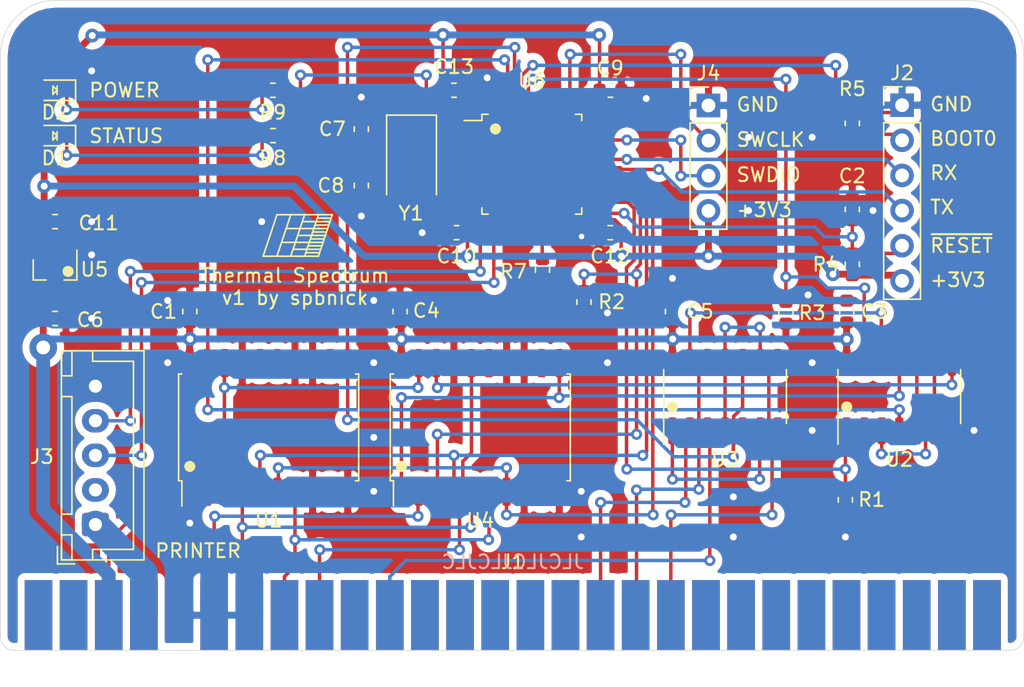
<source format=kicad_pcb>
(kicad_pcb (version 20171130) (host pcbnew 5.1.5+dfsg1-2)
  (layers (0 F.Cu signal) (31 B.Cu signal) (34 B.Paste user) (35 F.Paste user) (36 B.SilkS user) (37 F.SilkS user) (38 B.Mask user) (39 F.Mask user) (44 Edge.Cuts user))
  (net 0 "")
  (net 1 GND)
  (net 2 +5V)
  (net 3 /~RESET)
  (net 4 /OSC_IN)
  (net 5 /OSC_OUT)
  (net 6 +3V3)
  (net 7 "Net-(D1-Pad1)")
  (net 8 "Net-(D2-Pad1)")
  (net 9 "Net-(J1-Padb28)")
  (net 10 "Net-(J1-Padb27)")
  (net 11 "Net-(J1-Padb26)")
  (net 12 "Net-(J1-Padb25)")
  (net 13 "Net-(J1-Padb24)")
  (net 14 "Net-(J1-Padb23)")
  (net 15 "Net-(J1-Padb22)")
  (net 16 "Net-(J1-Padb21)")
  (net 17 "Net-(J1-Padb20)")
  (net 18 /~WR)
  (net 19 /~RD)
  (net 20 /~IORQ)
  (net 21 "Net-(J1-Padb16)")
  (net 22 "Net-(J1-Padb15)")
  (net 23 "Net-(J1-Padb14)")
  (net 24 "Net-(J1-Padb13)")
  (net 25 "Net-(J1-Padb12)")
  (net 26 "Net-(J1-Padb11)")
  (net 27 "Net-(J1-Padb10)")
  (net 28 /D6)
  (net 29 /D2)
  (net 30 /D1)
  (net 31 /D0)
  (net 32 "Net-(J1-Padb4)")
  (net 33 /D7)
  (net 34 "Net-(J1-Padb2)")
  (net 35 "Net-(J1-Padb1)")
  (net 36 "Net-(J1-Pada10)")
  (net 37 "Net-(J1-Pada26)")
  (net 38 "Net-(J1-Pada22)")
  (net 39 "Net-(J1-Pada27)")
  (net 40 "Net-(J1-Pada21)")
  (net 41 "Net-(J1-Pada8)")
  (net 42 "Net-(J1-Pada17)")
  (net 43 "Net-(J1-Pada15)")
  (net 44 "Net-(J1-Pada24)")
  (net 45 "Net-(J1-Pada23)")
  (net 46 "Net-(J1-Pada25)")
  (net 47 "Net-(J1-Pada12)")
  (net 48 "Net-(J1-Pada9)")
  (net 49 /A2)
  (net 50 "Net-(J1-Pada19)")
  (net 51 "Net-(J1-Pada13)")
  (net 52 "Net-(J1-Pada16)")
  (net 53 +9V)
  (net 54 "Net-(J1-Pada28)")
  (net 55 "Net-(J1-Pada18)")
  (net 56 "Net-(J1-Pada1)")
  (net 57 "Net-(J1-Pada2)")
  (net 58 "Net-(J1-Pada20)")
  (net 59 /BOOT0)
  (net 60 /PROGRAM_RX)
  (net 61 /PROGRAM_TX)
  (net 62 /PRINTER_DTR)
  (net 63 /PRINTER_RX)
  (net 64 /PRINTER_TX)
  (net 65 /SWCLK)
  (net 66 /SWDIO)
  (net 67 /PAPER)
  (net 68 /ENCODER)
  (net 69 /READY)
  (net 70 /BOOT1)
  (net 71 /STATUS_LED)
  (net 72 /STYLUS)
  (net 73 "Net-(U1-Pad16)")
  (net 74 "Net-(U1-Pad15)")
  (net 75 "Net-(U1-Pad12)")
  (net 76 /WRITE)
  (net 77 "Net-(U1-Pad9)")
  (net 78 /MOTOR_OFF)
  (net 79 /MOTOR_SLOW)
  (net 80 "Net-(U1-Pad2)")
  (net 81 /READ)
  (net 82 /~PAPER)
  (net 83 /~STYLUS)
  (net 84 "Net-(U2-Pad8)")
  (net 85 "Net-(U3-Pad1)")
  (net 86 "Net-(U3-Pad11)")
  (net 87 "Net-(U4-Pad9)")
  (net 88 "Net-(U4-Pad12)")
  (net 89 "Net-(U4-Pad15)")
  (net 90 "Net-(U6-Pad1)")
  (net 91 "Net-(U6-Pad3)")
  (net 92 "Net-(U6-Pad4)")
  (net 93 "Net-(U6-Pad10)")
  (net 94 "Net-(U6-Pad11)")
  (net 95 "Net-(U6-Pad14)")
  (net 96 "Net-(U6-Pad15)")
  (net 97 "Net-(U6-Pad16)")
  (net 98 "Net-(U6-Pad17)")
  (net 99 "Net-(U6-Pad18)")
  (net 100 "Net-(U6-Pad19)")
  (net 101 "Net-(U6-Pad29)")
  (net 102 "Net-(U6-Pad32)")
  (net 103 "Net-(U6-Pad33)")
  (net 104 "Net-(U6-Pad38)")
  (net 105 "Net-(U6-Pad39)")
  (net 106 "Net-(U6-Pad40)")
  (net 107 "Net-(U6-Pad41)")
  (net 108 "Net-(U6-Pad42)")
  (net 109 "Net-(J1-Pada14)")
  (net 110 "Net-(U6-Pad22)")
  (net 111 "Net-(U6-Pad21)")
  (net 112 /OUTPUT)
  (module Package_SO:SOIC-20W_7.5x12.8mm_P1.27mm (layer F.Cu) (at 128.4 110.88 90)
    (fp_text reference U1 (at -6.72 0 180) (layer F.SilkS))
    (fp_text value SN74HCT373DWR)
    (pad 20 smd roundrect (at 4.65 -5.715 90) (size 2.05 0.6) (layers F.Cu F.Paste F.Mask) (net 2 +5V))
    (pad 19 smd roundrect (at 4.65 -4.445 90) (size 2.05 0.6) (layers F.Cu F.Paste F.Mask) (net 72 /STYLUS))
    (pad 18 smd roundrect (at 4.65 -3.175 90) (size 2.05 0.6) (layers F.Cu F.Paste F.Mask) (net 33 /D7))
    (pad 17 smd roundrect (at 4.65 -1.905 90) (size 2.05 0.6) (layers F.Cu F.Paste F.Mask) (net 1 GND))
    (pad 16 smd roundrect (at 4.65 -0.635 90) (size 2.05 0.6) (layers F.Cu F.Paste F.Mask) (net 73 "Net-(U1-Pad16)"))
    (pad 15 smd roundrect (at 4.65 0.635 90) (size 2.05 0.6) (layers F.Cu F.Paste F.Mask) (net 74 "Net-(U1-Pad15)"))
    (pad 14 smd roundrect (at 4.65 1.905 90) (size 2.05 0.6) (layers F.Cu F.Paste F.Mask) (net 1 GND))
    (pad 13 smd roundrect (at 4.65 3.175 90) (size 2.05 0.6) (layers F.Cu F.Paste F.Mask) (net 1 GND))
    (pad 12 smd roundrect (at 4.65 4.445 90) (size 2.05 0.6) (layers F.Cu F.Paste F.Mask) (net 75 "Net-(U1-Pad12)"))
    (pad 11 smd roundrect (at 4.65 5.715 90) (size 2.05 0.6) (layers F.Cu F.Paste F.Mask) (net 76 /WRITE))
    (pad 10 smd roundrect (at -4.65 5.715 90) (size 2.05 0.6) (layers F.Cu F.Paste F.Mask) (net 1 GND))
    (pad 9 smd roundrect (at -4.65 4.445 90) (size 2.05 0.6) (layers F.Cu F.Paste F.Mask) (net 77 "Net-(U1-Pad9)"))
    (pad 8 smd roundrect (at -4.65 3.175 90) (size 2.05 0.6) (layers F.Cu F.Paste F.Mask) (net 1 GND))
    (pad 7 smd roundrect (at -4.65 1.905 90) (size 2.05 0.6) (layers F.Cu F.Paste F.Mask) (net 29 /D2))
    (pad 6 smd roundrect (at -4.65 0.635 90) (size 2.05 0.6) (layers F.Cu F.Paste F.Mask) (net 78 /MOTOR_OFF))
    (pad 5 smd roundrect (at -4.65 -0.635 90) (size 2.05 0.6) (layers F.Cu F.Paste F.Mask) (net 79 /MOTOR_SLOW))
    (pad 4 smd roundrect (at -4.65 -1.905 90) (size 2.05 0.6) (layers F.Cu F.Paste F.Mask) (net 30 /D1))
    (pad 3 smd roundrect (at -4.65 -3.175 90) (size 2.05 0.6) (layers F.Cu F.Paste F.Mask) (net 1 GND))
    (pad 2 smd roundrect (at -4.65 -4.445 90) (size 2.05 0.6) (layers F.Cu F.Paste F.Mask) (net 80 "Net-(U1-Pad2)"))
    (pad 1 smd roundrect (at -4.65 -5.715 90) (size 2.05 0.6) (layers F.Cu F.Paste F.Mask) (net 1 GND))
  )
  (module Resistor_SMD:R_0603_1608Metric (layer F.Cu) (at 170.6 99.0875 90)
    (fp_text reference R4 (at -0.0125 -1.9 180) (layer F.SilkS))
    (fp_text value 10K)
    (pad 2 smd roundrect (at 0.7875 0 90) (size 0.875 0.95) (layers F.Cu F.Paste F.Mask) (net 3 /~RESET))
    (pad 1 smd roundrect (at -0.7875 0 90) (size 0.875 0.95) (layers F.Cu F.Paste F.Mask) (net 6 +3V3))
  )
  (module Connector_PinHeader_2.54mm:PinHeader_1x06_P2.54mm_Vertical (layer F.Cu) (at 174.2 87.58)
    (fp_text reference J2 (at 0 -2.33) (layer F.SilkS))
    (fp_text value Conn_01x06_Male)
    (pad 1 thru_hole rect (at 0 0) (size 1.7 1.7) (drill 1) (layers *.Cu *.Mask) (net 1 GND))
    (pad 2 thru_hole oval (at 0 2.54) (size 1.7 1.7) (drill 1) (layers *.Cu *.Mask) (net 59 /BOOT0))
    (pad 3 thru_hole oval (at 0 5.08) (size 1.7 1.7) (drill 1) (layers *.Cu *.Mask) (net 60 /PROGRAM_RX))
    (pad 4 thru_hole oval (at 0 7.62) (size 1.7 1.7) (drill 1) (layers *.Cu *.Mask) (net 61 /PROGRAM_TX))
    (pad 5 thru_hole oval (at 0 10.16) (size 1.7 1.7) (drill 1) (layers *.Cu *.Mask) (net 3 /~RESET))
    (pad 6 thru_hole oval (at 0 12.7) (size 1.7 1.7) (drill 1) (layers *.Cu *.Mask) (net 6 +3V3))
  )
  (module Capacitor_SMD:C_0603_1608Metric (layer F.Cu) (at 122.7 102.5 90)
    (fp_text reference C1 (at 0 -1.9 180) (layer F.SilkS))
    (fp_text value 100nF)
    (pad 2 smd roundrect (at 0.7875 0 90) (size 0.875 0.95) (layers F.Cu F.Paste F.Mask) (net 1 GND))
    (pad 1 smd roundrect (at -0.7875 0 90) (size 0.875 0.95) (layers F.Cu F.Paste F.Mask) (net 2 +5V))
  )
  (module Capacitor_SMD:C_0603_1608Metric (layer F.Cu) (at 170.6 95.1125 270)
    (fp_text reference C2 (at -2.4125 0 180) (layer F.SilkS))
    (fp_text value 1uF)
    (pad 2 smd roundrect (at 0.7875 0 270) (size 0.875 0.95) (layers F.Cu F.Paste F.Mask) (net 3 /~RESET))
    (pad 1 smd roundrect (at -0.7875 0 270) (size 0.875 0.95) (layers F.Cu F.Paste F.Mask) (net 1 GND))
  )
  (module Capacitor_SMD:C_0603_1608Metric (layer F.Cu) (at 170.2 102.5 90)
    (fp_text reference C3 (at 0 2 180) (layer F.SilkS))
    (fp_text value 100nF)
    (pad 2 smd roundrect (at 0.7875 0 90) (size 0.875 0.95) (layers F.Cu F.Paste F.Mask) (net 1 GND))
    (pad 1 smd roundrect (at -0.7875 0 90) (size 0.875 0.95) (layers F.Cu F.Paste F.Mask) (net 2 +5V))
  )
  (module Capacitor_SMD:C_0603_1608Metric (layer F.Cu) (at 137.9 102.5 90)
    (fp_text reference C4 (at 0.0595 1.9 180) (layer F.SilkS))
    (fp_text value 100nF)
    (pad 2 smd roundrect (at 0.7875 0 90) (size 0.875 0.95) (layers F.Cu F.Paste F.Mask) (net 1 GND))
    (pad 1 smd roundrect (at -0.7875 0 90) (size 0.875 0.95) (layers F.Cu F.Paste F.Mask) (net 2 +5V))
  )
  (module Capacitor_SMD:C_0603_1608Metric (layer F.Cu) (at 157.6 102.5 90)
    (fp_text reference C5 (at 0.0085 1.996 180) (layer F.SilkS))
    (fp_text value 100nF)
    (pad 2 smd roundrect (at 0.7875 0 90) (size 0.875 0.95) (layers F.Cu F.Paste F.Mask) (net 1 GND))
    (pad 1 smd roundrect (at -0.7875 0 90) (size 0.875 0.95) (layers F.Cu F.Paste F.Mask) (net 2 +5V))
  )
  (module Capacitor_SMD:C_0603_1608Metric (layer F.Cu) (at 112.956 103 180)
    (fp_text reference C6 (at -2.544 -0.1) (layer F.SilkS))
    (fp_text value 1uF)
    (pad 2 smd roundrect (at 0.7875 0 180) (size 0.875 0.95) (layers F.Cu F.Paste F.Mask) (net 2 +5V))
    (pad 1 smd roundrect (at -0.7875 0 180) (size 0.875 0.95) (layers F.Cu F.Paste F.Mask) (net 1 GND))
  )
  (module Capacitor_SMD:C_0603_1608Metric (layer F.Cu) (at 135.1 89.3125 90)
    (fp_text reference C7 (at 0.0125 -2.1 180) (layer F.SilkS))
    (fp_text value 20pF)
    (pad 1 smd roundrect (at -0.7875 0 90) (size 0.875 0.95) (layers F.Cu F.Paste F.Mask) (net 4 /OSC_IN))
    (pad 2 smd roundrect (at 0.7875 0 90) (size 0.875 0.95) (layers F.Cu F.Paste F.Mask) (net 1 GND))
  )
  (module Capacitor_SMD:C_0603_1608Metric (layer F.Cu) (at 135.1 93.3875 270)
    (fp_text reference C8 (at 0 2.2 180) (layer F.SilkS))
    (fp_text value 20pF)
    (pad 2 smd roundrect (at 0.7875 0 270) (size 0.875 0.95) (layers F.Cu F.Paste F.Mask) (net 1 GND))
    (pad 1 smd roundrect (at -0.7875 0 270) (size 0.875 0.95) (layers F.Cu F.Paste F.Mask) (net 5 /OSC_OUT))
  )
  (module Capacitor_SMD:C_0603_1608Metric (layer F.Cu) (at 153.1125 86.5)
    (fp_text reference C9 (at -0.0125 -1.6) (layer F.SilkS))
    (fp_text value 100nF)
    (pad 2 smd roundrect (at 0.7875 0) (size 0.875 0.95) (layers F.Cu F.Paste F.Mask) (net 1 GND))
    (pad 1 smd roundrect (at -0.7875 0) (size 0.875 0.95) (layers F.Cu F.Paste F.Mask) (net 6 +3V3))
  )
  (module Capacitor_SMD:C_0603_1608Metric (layer F.Cu) (at 141.9875 96.8 180)
    (fp_text reference C10 (at 0 -1.7) (layer F.SilkS))
    (fp_text value 100nF)
    (pad 2 smd roundrect (at 0.7875 0 180) (size 0.875 0.95) (layers F.Cu F.Paste F.Mask) (net 1 GND))
    (pad 1 smd roundrect (at -0.7875 0 180) (size 0.875 0.95) (layers F.Cu F.Paste F.Mask) (net 6 +3V3))
  )
  (module Capacitor_SMD:C_0603_1608Metric (layer F.Cu) (at 112.956 96 180)
    (fp_text reference C11 (at -3.144 -0.1) (layer F.SilkS))
    (fp_text value 1uF)
    (pad 2 smd roundrect (at 0.7875 0 180) (size 0.875 0.95) (layers F.Cu F.Paste F.Mask) (net 6 +3V3))
    (pad 1 smd roundrect (at -0.7875 0 180) (size 0.875 0.95) (layers F.Cu F.Paste F.Mask) (net 1 GND))
  )
  (module Capacitor_SMD:C_0603_1608Metric (layer F.Cu) (at 153.1 96.8 180)
    (fp_text reference C12 (at 0 -1.7) (layer F.SilkS))
    (fp_text value 100nF)
    (pad 2 smd roundrect (at 0.7875 0 180) (size 0.875 0.95) (layers F.Cu F.Paste F.Mask) (net 1 GND))
    (pad 1 smd roundrect (at -0.7875 0 180) (size 0.875 0.95) (layers F.Cu F.Paste F.Mask) (net 6 +3V3))
  )
  (module Capacitor_SMD:C_0603_1608Metric (layer F.Cu) (at 141.8 86.5)
    (fp_text reference C13 (at 0 -1.7) (layer F.SilkS))
    (fp_text value 100nF)
    (pad 2 smd roundrect (at 0.7875 0) (size 0.875 0.95) (layers F.Cu F.Paste F.Mask) (net 1 GND))
    (pad 1 smd roundrect (at -0.7875 0) (size 0.875 0.95) (layers F.Cu F.Paste F.Mask) (net 6 +3V3))
  )
  (module LED_SMD:LED_0603_1608Metric (layer F.Cu) (at 112.956 89.78 180)
    (fp_text reference D1 (at 0 -1.62) (layer F.SilkS))
    (fp_text value LED_BLUE)
    (pad 2 smd roundrect (at 0.7875 0 180) (size 0.875 0.95) (layers F.Cu F.Paste F.Mask) (net 6 +3V3))
    (pad 1 smd roundrect (at -0.7875 0 180) (size 0.875 0.95) (layers F.Cu F.Paste F.Mask) (net 7 "Net-(D1-Pad1)"))
  )
  (module LED_SMD:LED_0603_1608Metric (layer F.Cu) (at 112.956 86.5 180)
    (fp_text reference D2 (at 0 -1.6) (layer F.SilkS))
    (fp_text value LED_GREEN)
    (pad 2 smd roundrect (at 0.7875 0 180) (size 0.875 0.95) (layers F.Cu F.Paste F.Mask) (net 6 +3V3))
    (pad 1 smd roundrect (at -0.7875 0 180) (size 0.875 0.95) (layers F.Cu F.Paste F.Mask) (net 8 "Net-(D2-Pad1)"))
  )
  (module printer:board_socket (layer F.Cu) (at 111.76 127)
    (fp_text reference J1 (at 34.29 -6.4) (layer F.SilkS))
    (fp_text value ZX_Spectrum_128K_expansion)
    (pad a20 smd rect (at 48.26 -2.54) (size 2 5.08) (layers B.Cu B.Paste B.Mask) (net 58 "Net-(J1-Pada20)"))
    (pad a2 smd rect (at 2.54 -2.54) (size 2 5.08) (layers B.Cu B.Paste B.Mask) (net 57 "Net-(J1-Pada2)"))
    (pad a1 smd rect (at 0 -2.54) (size 2 5.08) (layers B.Cu B.Paste B.Mask) (net 56 "Net-(J1-Pada1)"))
    (pad a6 smd rect (at 12.7 -2.54) (size 2 5.08) (layers B.Cu B.Paste B.Mask) (net 1 GND))
    (pad a18 smd rect (at 43.18 -2.54) (size 2 5.08) (layers B.Cu B.Paste B.Mask) (net 55 "Net-(J1-Pada18)"))
    (pad a28 smd rect (at 68.58 -2.54) (size 2 5.08) (layers B.Cu B.Paste B.Mask) (net 54 "Net-(J1-Pada28)"))
    (pad a4 smd rect (at 7.62 -2.54) (size 2 5.08) (layers B.Cu B.Paste B.Mask) (net 53 +9V))
    (pad a3 smd rect (at 5.08 -2.54) (size 2 5.08) (layers B.Cu B.Paste B.Mask) (net 2 +5V))
    (pad a16 smd rect (at 38.1 -2.54) (size 2 5.08) (layers B.Cu B.Paste B.Mask) (net 52 "Net-(J1-Pada16)"))
    (pad a13 smd rect (at 30.48 -2.54) (size 2 5.08) (layers B.Cu B.Paste B.Mask) (net 51 "Net-(J1-Pada13)"))
    (pad a14 smd rect (at 33.02 -2.54) (size 2 5.08) (layers B.Cu B.Paste B.Mask) (net 109 "Net-(J1-Pada14)"))
    (pad a7 smd rect (at 15.24 -2.54) (size 2 5.08) (layers B.Cu B.Paste B.Mask) (net 1 GND))
    (pad a19 smd rect (at 45.72 -2.54) (size 2 5.08) (layers B.Cu B.Paste B.Mask) (net 50 "Net-(J1-Pada19)"))
    (pad a11 smd rect (at 25.4 -2.54) (size 2 5.08) (layers B.Cu B.Paste B.Mask) (net 49 /A2))
    (pad a9 smd rect (at 20.32 -2.54) (size 2 5.08) (layers B.Cu B.Paste B.Mask) (net 48 "Net-(J1-Pada9)"))
    (pad a12 smd rect (at 27.94 -2.54) (size 2 5.08) (layers B.Cu B.Paste B.Mask) (net 47 "Net-(J1-Pada12)"))
    (pad a25 smd rect (at 60.96 -2.54) (size 2 5.08) (layers B.Cu B.Paste B.Mask) (net 46 "Net-(J1-Pada25)"))
    (pad a23 smd rect (at 55.88 -2.54) (size 2 5.08) (layers B.Cu B.Paste B.Mask) (net 45 "Net-(J1-Pada23)"))
    (pad a24 smd rect (at 58.42 -2.54) (size 2 5.08) (layers B.Cu B.Paste B.Mask) (net 44 "Net-(J1-Pada24)"))
    (pad a15 smd rect (at 35.56 -2.54) (size 2 5.08) (layers B.Cu B.Paste B.Mask) (net 43 "Net-(J1-Pada15)"))
    (pad a17 smd rect (at 40.64 -2.54) (size 2 5.08) (layers B.Cu B.Paste B.Mask) (net 42 "Net-(J1-Pada17)"))
    (pad a8 smd rect (at 17.78 -2.54) (size 2 5.08) (layers B.Cu B.Paste B.Mask) (net 41 "Net-(J1-Pada8)"))
    (pad a21 smd rect (at 50.8 -2.54) (size 2 5.08) (layers B.Cu B.Paste B.Mask) (net 40 "Net-(J1-Pada21)"))
    (pad a27 smd rect (at 66.04 -2.54) (size 2 5.08) (layers B.Cu B.Paste B.Mask) (net 39 "Net-(J1-Pada27)"))
    (pad a22 smd rect (at 53.34 -2.54) (size 2 5.08) (layers B.Cu B.Paste B.Mask) (net 38 "Net-(J1-Pada22)"))
    (pad a26 smd rect (at 63.5 -2.54) (size 2 5.08) (layers B.Cu B.Paste B.Mask) (net 37 "Net-(J1-Pada26)"))
    (pad a10 smd rect (at 22.86 -2.54) (size 2 5.08) (layers B.Cu B.Paste B.Mask) (net 36 "Net-(J1-Pada10)"))
    (pad b1 smd rect (at 0 -2.54) (size 2 5.08) (layers F.Cu F.Paste F.Mask) (net 35 "Net-(J1-Padb1)"))
    (pad b2 smd rect (at 2.54 -2.54) (size 2 5.08) (layers F.Cu F.Paste F.Mask) (net 34 "Net-(J1-Padb2)"))
    (pad b3 smd rect (at 5.08 -2.54) (size 2 5.08) (layers F.Cu F.Paste F.Mask) (net 33 /D7))
    (pad b4 smd rect (at 7.62 -2.54) (size 2 5.08) (layers F.Cu F.Paste F.Mask) (net 32 "Net-(J1-Padb4)"))
    (pad b6 smd rect (at 12.7 -2.54) (size 2 5.08) (layers F.Cu F.Paste F.Mask) (net 31 /D0))
    (pad b7 smd rect (at 15.24 -2.54) (size 2 5.08) (layers F.Cu F.Paste F.Mask) (net 30 /D1))
    (pad b8 smd rect (at 17.78 -2.54) (size 2 5.08) (layers F.Cu F.Paste F.Mask) (net 29 /D2))
    (pad b9 smd rect (at 20.32 -2.54) (size 2 5.08) (layers F.Cu F.Paste F.Mask) (net 28 /D6))
    (pad b10 smd rect (at 22.86 -2.54) (size 2 5.08) (layers F.Cu F.Paste F.Mask) (net 27 "Net-(J1-Padb10)"))
    (pad b11 smd rect (at 25.4 -2.54) (size 2 5.08) (layers F.Cu F.Paste F.Mask) (net 26 "Net-(J1-Padb11)"))
    (pad b12 smd rect (at 27.94 -2.54) (size 2 5.08) (layers F.Cu F.Paste F.Mask) (net 25 "Net-(J1-Padb12)"))
    (pad b13 smd rect (at 30.48 -2.54) (size 2 5.08) (layers F.Cu F.Paste F.Mask) (net 24 "Net-(J1-Padb13)"))
    (pad b14 smd rect (at 33.02 -2.54) (size 2 5.08) (layers F.Cu F.Paste F.Mask) (net 23 "Net-(J1-Padb14)"))
    (pad b15 smd rect (at 35.56 -2.54) (size 2 5.08) (layers F.Cu F.Paste F.Mask) (net 22 "Net-(J1-Padb15)"))
    (pad b16 smd rect (at 38.1 -2.54) (size 2 5.08) (layers F.Cu F.Paste F.Mask) (net 21 "Net-(J1-Padb16)"))
    (pad b17 smd rect (at 40.64 -2.54) (size 2 5.08) (layers F.Cu F.Paste F.Mask) (net 20 /~IORQ))
    (pad b18 smd rect (at 43.18 -2.54) (size 2 5.08) (layers F.Cu F.Paste F.Mask) (net 19 /~RD))
    (pad b19 smd rect (at 45.72 -2.54) (size 2 5.08) (layers F.Cu F.Paste F.Mask) (net 18 /~WR))
    (pad b20 smd rect (at 48.26 -2.54) (size 2 5.08) (layers F.Cu F.Paste F.Mask) (net 17 "Net-(J1-Padb20)"))
    (pad b21 smd rect (at 50.8 -2.54) (size 2 5.08) (layers F.Cu F.Paste F.Mask) (net 16 "Net-(J1-Padb21)"))
    (pad b22 smd rect (at 53.34 -2.54) (size 2 5.08) (layers F.Cu F.Paste F.Mask) (net 15 "Net-(J1-Padb22)"))
    (pad b23 smd rect (at 55.88 -2.54) (size 2 5.08) (layers F.Cu F.Paste F.Mask) (net 14 "Net-(J1-Padb23)"))
    (pad b24 smd rect (at 58.42 -2.54) (size 2 5.08) (layers F.Cu F.Paste F.Mask) (net 13 "Net-(J1-Padb24)"))
    (pad b25 smd rect (at 60.96 -2.54) (size 2 5.08) (layers F.Cu F.Paste F.Mask) (net 12 "Net-(J1-Padb25)"))
    (pad b26 smd rect (at 63.5 -2.54) (size 2 5.08) (layers F.Cu F.Paste F.Mask) (net 11 "Net-(J1-Padb26)"))
    (pad b27 smd rect (at 66.04 -2.54) (size 2 5.08) (layers F.Cu F.Paste F.Mask) (net 10 "Net-(J1-Padb27)"))
    (pad b28 smd rect (at 68.58 -2.54) (size 2 5.08) (layers F.Cu F.Paste F.Mask) (net 9 "Net-(J1-Padb28)"))
  )
  (module Connector_JST:JST_XH_B5B-XH-A_1x05_P2.50mm_Vertical (layer F.Cu) (at 115.875001 117.9 90)
    (fp_text reference J3 (at 4.9 -3.875001 180) (layer F.SilkS))
    (fp_text value Conn_01x05_Male)
    (pad 5 thru_hole oval (at 10 0 90) (size 1.7 1.95) (drill 0.95) (layers *.Cu *.Mask) (net 1 GND))
    (pad 4 thru_hole oval (at 7.5 0 90) (size 1.7 1.95) (drill 0.95) (layers *.Cu *.Mask) (net 64 /PRINTER_TX))
    (pad 3 thru_hole oval (at 5 0 90) (size 1.7 1.95) (drill 0.95) (layers *.Cu *.Mask) (net 63 /PRINTER_RX))
    (pad 2 thru_hole oval (at 2.5 0 90) (size 1.7 1.95) (drill 0.95) (layers *.Cu *.Mask) (net 62 /PRINTER_DTR))
    (pad 1 thru_hole roundrect (at 0 0 90) (size 1.7 1.95) (drill 0.95) (layers *.Cu *.Mask) (roundrect_rratio 0.147059) (net 53 +9V))
  )
  (module Connector_PinHeader_2.54mm:PinHeader_1x04_P2.54mm_Vertical (layer F.Cu) (at 160.2 87.6)
    (fp_text reference J4 (at 0 -2.33) (layer F.SilkS))
    (fp_text value Conn_01x04_Male)
    (pad 4 thru_hole oval (at 0 7.62) (size 1.7 1.7) (drill 1) (layers *.Cu *.Mask) (net 6 +3V3))
    (pad 3 thru_hole oval (at 0 5.08) (size 1.7 1.7) (drill 1) (layers *.Cu *.Mask) (net 66 /SWDIO))
    (pad 2 thru_hole oval (at 0 2.54) (size 1.7 1.7) (drill 1) (layers *.Cu *.Mask) (net 65 /SWCLK))
    (pad 1 thru_hole rect (at 0 0) (size 1.7 1.7) (drill 1) (layers *.Cu *.Mask) (net 1 GND))
  )
  (module Resistor_SMD:R_0603_1608Metric (layer F.Cu) (at 170.1 116.1125 270)
    (fp_text reference R1 (at -0.0125 -1.9 180) (layer F.SilkS))
    (fp_text value 10K)
    (pad 2 smd roundrect (at 0.7875 0 270) (size 0.875 0.95) (layers F.Cu F.Paste F.Mask) (net 1 GND))
    (pad 1 smd roundrect (at -0.7875 0 270) (size 0.875 0.95) (layers F.Cu F.Paste F.Mask) (net 67 /PAPER))
  )
  (module Resistor_SMD:R_0603_1608Metric (layer F.Cu) (at 151.2 101.8125 270)
    (fp_text reference R2 (at -0.0125 -2 180) (layer F.SilkS))
    (fp_text value 10K)
    (pad 2 smd roundrect (at 0.7875 0 270) (size 0.875 0.95) (layers F.Cu F.Paste F.Mask) (net 1 GND))
    (pad 1 smd roundrect (at -0.7875 0 270) (size 0.875 0.95) (layers F.Cu F.Paste F.Mask) (net 68 /ENCODER))
  )
  (module Resistor_SMD:R_0603_1608Metric (layer F.Cu) (at 165.8 102.5875 270)
    (fp_text reference R3 (at 0.0125 -1.9 180) (layer F.SilkS))
    (fp_text value 10K)
    (pad 2 smd roundrect (at 0.7875 0 270) (size 0.875 0.95) (layers F.Cu F.Paste F.Mask) (net 1 GND))
    (pad 1 smd roundrect (at -0.7875 0 270) (size 0.875 0.95) (layers F.Cu F.Paste F.Mask) (net 69 /READY))
  )
  (module Resistor_SMD:R_0603_1608Metric (layer F.Cu) (at 170.6 88.9 90)
    (fp_text reference R5 (at 2.5 0 180) (layer F.SilkS))
    (fp_text value 10K)
    (pad 2 smd roundrect (at 0.7875 0 90) (size 0.875 0.95) (layers F.Cu F.Paste F.Mask) (net 1 GND))
    (pad 1 smd roundrect (at -0.7875 0 90) (size 0.875 0.95) (layers F.Cu F.Paste F.Mask) (net 59 /BOOT0))
  )
  (module Resistor_SMD:R_0603_1608Metric (layer F.Cu) (at 148.2 99.5 270)
    (fp_text reference R7 (at 0.1 2.1 180) (layer F.SilkS))
    (fp_text value 10K)
    (pad 2 smd roundrect (at 0.7875 0 270) (size 0.875 0.95) (layers F.Cu F.Paste F.Mask) (net 1 GND))
    (pad 1 smd roundrect (at -0.7875 0 270) (size 0.875 0.95) (layers F.Cu F.Paste F.Mask) (net 70 /BOOT1))
  )
  (module Resistor_SMD:R_0603_1608Metric (layer F.Cu) (at 128.7125 89.78 180)
    (fp_text reference R8 (at 0.0125 -1.62) (layer F.SilkS))
    (fp_text value 510R)
    (pad 2 smd roundrect (at 0.7875 0 180) (size 0.875 0.95) (layers F.Cu F.Paste F.Mask) (net 7 "Net-(D1-Pad1)"))
    (pad 1 smd roundrect (at -0.7875 0 180) (size 0.875 0.95) (layers F.Cu F.Paste F.Mask) (net 71 /STATUS_LED))
  )
  (module Resistor_SMD:R_0603_1608Metric (layer F.Cu) (at 128.7125 86.5 180)
    (fp_text reference R9 (at 0.0125 -1.6) (layer F.SilkS))
    (fp_text value 510R)
    (pad 2 smd roundrect (at 0.7875 0 180) (size 0.875 0.95) (layers F.Cu F.Paste F.Mask) (net 8 "Net-(D2-Pad1)"))
    (pad 1 smd roundrect (at -0.7875 0 180) (size 0.875 0.95) (layers F.Cu F.Paste F.Mask) (net 1 GND))
  )
  (module Package_TO_SOT_SMD:SOT-23 (layer F.Cu) (at 112.956 99.46 270)
    (fp_text reference U5 (at 0 -2.844 180) (layer F.SilkS))
    (fp_text value XC6206PxxxMR)
    (pad 3 smd rect (at 1 0 270) (size 0.9 0.8) (layers F.Cu F.Paste F.Mask) (net 2 +5V))
    (pad 2 smd rect (at -1 0.95 270) (size 0.9 0.8) (layers F.Cu F.Paste F.Mask) (net 6 +3V3))
    (pad 1 smd rect (at -1 -0.95 270) (size 0.9 0.8) (layers F.Cu F.Paste F.Mask) (net 1 GND))
  )
  (module Package_QFP:LQFP-48_7x7mm_P0.5mm (layer F.Cu) (at 147.43 91.85)
    (fp_text reference U6 (at 0 -6.05) (layer F.SilkS))
    (fp_text value STM32F103C8Tx)
    (pad 48 smd roundrect (at -2.75 -4.1625) (size 0.3 1.475) (layers F.Cu F.Paste F.Mask) (net 6 +3V3))
    (pad 47 smd roundrect (at -2.25 -4.1625) (size 0.3 1.475) (layers F.Cu F.Paste F.Mask) (net 1 GND))
    (pad 46 smd roundrect (at -1.75 -4.1625) (size 0.3 1.475) (layers F.Cu F.Paste F.Mask) (net 72 /STYLUS))
    (pad 45 smd roundrect (at -1.25 -4.1625) (size 0.3 1.475) (layers F.Cu F.Paste F.Mask) (net 76 /WRITE))
    (pad 44 smd roundrect (at -0.75 -4.1625) (size 0.3 1.475) (layers F.Cu F.Paste F.Mask) (net 59 /BOOT0))
    (pad 43 smd roundrect (at -0.25 -4.1625) (size 0.3 1.475) (layers F.Cu F.Paste F.Mask) (net 69 /READY))
    (pad 42 smd roundrect (at 0.25 -4.1625) (size 0.3 1.475) (layers F.Cu F.Paste F.Mask) (net 108 "Net-(U6-Pad42)"))
    (pad 41 smd roundrect (at 0.75 -4.1625) (size 0.3 1.475) (layers F.Cu F.Paste F.Mask) (net 107 "Net-(U6-Pad41)"))
    (pad 40 smd roundrect (at 1.25 -4.1625) (size 0.3 1.475) (layers F.Cu F.Paste F.Mask) (net 106 "Net-(U6-Pad40)"))
    (pad 39 smd roundrect (at 1.75 -4.1625) (size 0.3 1.475) (layers F.Cu F.Paste F.Mask) (net 105 "Net-(U6-Pad39)"))
    (pad 38 smd roundrect (at 2.25 -4.1625) (size 0.3 1.475) (layers F.Cu F.Paste F.Mask) (net 104 "Net-(U6-Pad38)"))
    (pad 37 smd roundrect (at 2.75 -4.1625) (size 0.3 1.475) (layers F.Cu F.Paste F.Mask) (net 65 /SWCLK))
    (pad 36 smd roundrect (at 4.1625 -2.75) (size 1.475 0.3) (layers F.Cu F.Paste F.Mask) (net 6 +3V3))
    (pad 35 smd roundrect (at 4.1625 -2.25) (size 1.475 0.3) (layers F.Cu F.Paste F.Mask) (net 1 GND))
    (pad 34 smd roundrect (at 4.1625 -1.75) (size 1.475 0.3) (layers F.Cu F.Paste F.Mask) (net 66 /SWDIO))
    (pad 33 smd roundrect (at 4.1625 -1.25) (size 1.475 0.3) (layers F.Cu F.Paste F.Mask) (net 103 "Net-(U6-Pad33)"))
    (pad 32 smd roundrect (at 4.1625 -0.75) (size 1.475 0.3) (layers F.Cu F.Paste F.Mask) (net 102 "Net-(U6-Pad32)"))
    (pad 31 smd roundrect (at 4.1625 -0.25) (size 1.475 0.3) (layers F.Cu F.Paste F.Mask) (net 60 /PROGRAM_RX))
    (pad 30 smd roundrect (at 4.1625 0.25) (size 1.475 0.3) (layers F.Cu F.Paste F.Mask) (net 61 /PROGRAM_TX))
    (pad 29 smd roundrect (at 4.1625 0.75) (size 1.475 0.3) (layers F.Cu F.Paste F.Mask) (net 101 "Net-(U6-Pad29)"))
    (pad 28 smd roundrect (at 4.1625 1.25) (size 1.475 0.3) (layers F.Cu F.Paste F.Mask) (net 78 /MOTOR_OFF))
    (pad 27 smd roundrect (at 4.1625 1.75) (size 1.475 0.3) (layers F.Cu F.Paste F.Mask) (net 79 /MOTOR_SLOW))
    (pad 26 smd roundrect (at 4.1625 2.25) (size 1.475 0.3) (layers F.Cu F.Paste F.Mask) (net 68 /ENCODER))
    (pad 25 smd roundrect (at 4.1625 2.75) (size 1.475 0.3) (layers F.Cu F.Paste F.Mask) (net 67 /PAPER))
    (pad 24 smd roundrect (at 2.75 4.1625) (size 0.3 1.475) (layers F.Cu F.Paste F.Mask) (net 6 +3V3))
    (pad 23 smd roundrect (at 2.25 4.1625) (size 0.3 1.475) (layers F.Cu F.Paste F.Mask) (net 1 GND))
    (pad 22 smd roundrect (at 1.75 4.1625) (size 0.3 1.475) (layers F.Cu F.Paste F.Mask) (net 110 "Net-(U6-Pad22)"))
    (pad 21 smd roundrect (at 1.25 4.1625) (size 0.3 1.475) (layers F.Cu F.Paste F.Mask) (net 111 "Net-(U6-Pad21)"))
    (pad 20 smd roundrect (at 0.75 4.1625) (size 0.3 1.475) (layers F.Cu F.Paste F.Mask) (net 70 /BOOT1))
    (pad 19 smd roundrect (at 0.25 4.1625) (size 0.3 1.475) (layers F.Cu F.Paste F.Mask) (net 100 "Net-(U6-Pad19)"))
    (pad 18 smd roundrect (at -0.25 4.1625) (size 0.3 1.475) (layers F.Cu F.Paste F.Mask) (net 99 "Net-(U6-Pad18)"))
    (pad 17 smd roundrect (at -0.75 4.1625) (size 0.3 1.475) (layers F.Cu F.Paste F.Mask) (net 98 "Net-(U6-Pad17)"))
    (pad 16 smd roundrect (at -1.25 4.1625) (size 0.3 1.475) (layers F.Cu F.Paste F.Mask) (net 97 "Net-(U6-Pad16)"))
    (pad 15 smd roundrect (at -1.75 4.1625) (size 0.3 1.475) (layers F.Cu F.Paste F.Mask) (net 96 "Net-(U6-Pad15)"))
    (pad 14 smd roundrect (at -2.25 4.1625) (size 0.3 1.475) (layers F.Cu F.Paste F.Mask) (net 95 "Net-(U6-Pad14)"))
    (pad 13 smd roundrect (at -2.75 4.1625) (size 0.3 1.475) (layers F.Cu F.Paste F.Mask) (net 63 /PRINTER_RX))
    (pad 12 smd roundrect (at -4.1625 2.75) (size 1.475 0.3) (layers F.Cu F.Paste F.Mask) (net 64 /PRINTER_TX))
    (pad 11 smd roundrect (at -4.1625 2.25) (size 1.475 0.3) (layers F.Cu F.Paste F.Mask) (net 94 "Net-(U6-Pad11)"))
    (pad 10 smd roundrect (at -4.1625 1.75) (size 1.475 0.3) (layers F.Cu F.Paste F.Mask) (net 93 "Net-(U6-Pad10)"))
    (pad 9 smd roundrect (at -4.1625 1.25) (size 1.475 0.3) (layers F.Cu F.Paste F.Mask) (net 6 +3V3))
    (pad 8 smd roundrect (at -4.1625 0.75) (size 1.475 0.3) (layers F.Cu F.Paste F.Mask) (net 1 GND))
    (pad 7 smd roundrect (at -4.1625 0.25) (size 1.475 0.3) (layers F.Cu F.Paste F.Mask) (net 3 /~RESET))
    (pad 6 smd roundrect (at -4.1625 -0.25) (size 1.475 0.3) (layers F.Cu F.Paste F.Mask) (net 5 /OSC_OUT))
    (pad 5 smd roundrect (at -4.1625 -0.75) (size 1.475 0.3) (layers F.Cu F.Paste F.Mask) (net 4 /OSC_IN))
    (pad 4 smd roundrect (at -4.1625 -1.25) (size 1.475 0.3) (layers F.Cu F.Paste F.Mask) (net 92 "Net-(U6-Pad4)"))
    (pad 3 smd roundrect (at -4.1625 -1.75) (size 1.475 0.3) (layers F.Cu F.Paste F.Mask) (net 91 "Net-(U6-Pad3)"))
    (pad 2 smd roundrect (at -4.1625 -2.25) (size 1.475 0.3) (layers F.Cu F.Paste F.Mask) (net 71 /STATUS_LED))
    (pad 1 smd roundrect (at -4.1625 -2.75) (size 1.475 0.3) (layers F.Cu F.Paste F.Mask) (net 90 "Net-(U6-Pad1)"))
  )
  (module Crystal:Crystal_SMD_5032-2Pin_5.0x3.2mm (layer F.Cu) (at 138.7305 91.3505 270)
    (fp_text reference Y1 (at 4.0495 0.0305 180) (layer F.SilkS))
    (fp_text value 8MHz)
    (pad 2 smd rect (at 1.85 0 270) (size 2 2.4) (layers F.Cu F.Paste F.Mask) (net 5 /OSC_OUT))
    (pad 1 smd rect (at -1.85 0 270) (size 2 2.4) (layers F.Cu F.Paste F.Mask) (net 4 /OSC_IN))
  )
  (module Package_SO:SOIC-14_3.9x8.7mm_P1.27mm (layer F.Cu) (at 174 108.65 90)
    (fp_text reference U2 (at -4.55 0 180) (layer F.SilkS))
    (fp_text value SN74HCT00DR)
    (pad 1 smd roundrect (at -2.475 -3.81 90) (size 1.95 0.6) (layers F.Cu F.Paste F.Mask) (net 67 /PAPER))
    (pad 2 smd roundrect (at -2.475 -2.54 90) (size 1.95 0.6) (layers F.Cu F.Paste F.Mask) (net 67 /PAPER))
    (pad 3 smd roundrect (at -2.475 -1.27 90) (size 1.95 0.6) (layers F.Cu F.Paste F.Mask) (net 82 /~PAPER))
    (pad 4 smd roundrect (at -2.475 0 90) (size 1.95 0.6) (layers F.Cu F.Paste F.Mask) (net 72 /STYLUS))
    (pad 5 smd roundrect (at -2.475 1.27 90) (size 1.95 0.6) (layers F.Cu F.Paste F.Mask) (net 72 /STYLUS))
    (pad 6 smd roundrect (at -2.475 2.54 90) (size 1.95 0.6) (layers F.Cu F.Paste F.Mask) (net 83 /~STYLUS))
    (pad 7 smd roundrect (at -2.475 3.81 90) (size 1.95 0.6) (layers F.Cu F.Paste F.Mask) (net 1 GND))
    (pad 8 smd roundrect (at 2.475 3.81 90) (size 1.95 0.6) (layers F.Cu F.Paste F.Mask) (net 84 "Net-(U2-Pad8)"))
    (pad 9 smd roundrect (at 2.475 2.54 90) (size 1.95 0.6) (layers F.Cu F.Paste F.Mask) (net 83 /~STYLUS))
    (pad 10 smd roundrect (at 2.475 1.27 90) (size 1.95 0.6) (layers F.Cu F.Paste F.Mask) (net 82 /~PAPER))
    (pad 11 smd roundrect (at 2.475 0 90) (size 1.95 0.6) (layers F.Cu F.Paste F.Mask) (net 112 /OUTPUT))
    (pad 12 smd roundrect (at 2.475 -1.27 90) (size 1.95 0.6) (layers F.Cu F.Paste F.Mask) (net 81 /READ))
    (pad 13 smd roundrect (at 2.475 -2.54 90) (size 1.95 0.6) (layers F.Cu F.Paste F.Mask) (net 69 /READY))
    (pad 14 smd roundrect (at 2.475 -3.81 90) (size 1.95 0.6) (layers F.Cu F.Paste F.Mask) (net 2 +5V))
  )
  (module Package_SO:SOIC-14_3.9x8.7mm_P1.27mm (layer F.Cu) (at 161.4 108.65 90)
    (fp_text reference U3 (at -4.55 0 180) (layer F.SilkS))
    (fp_text value SN74HCT02DRG4)
    (pad 1 smd roundrect (at -2.475 -3.81 90) (size 1.95 0.6) (layers F.Cu F.Paste F.Mask) (net 85 "Net-(U3-Pad1)"))
    (pad 2 smd roundrect (at -2.475 -2.54 90) (size 1.95 0.6) (layers F.Cu F.Paste F.Mask) (net 20 /~IORQ))
    (pad 3 smd roundrect (at -2.475 -1.27 90) (size 1.95 0.6) (layers F.Cu F.Paste F.Mask) (net 49 /A2))
    (pad 4 smd roundrect (at -2.475 0 90) (size 1.95 0.6) (layers F.Cu F.Paste F.Mask) (net 86 "Net-(U3-Pad11)"))
    (pad 5 smd roundrect (at -2.475 1.27 90) (size 1.95 0.6) (layers F.Cu F.Paste F.Mask) (net 85 "Net-(U3-Pad1)"))
    (pad 6 smd roundrect (at -2.475 2.54 90) (size 1.95 0.6) (layers F.Cu F.Paste F.Mask) (net 85 "Net-(U3-Pad1)"))
    (pad 7 smd roundrect (at -2.475 3.81 90) (size 1.95 0.6) (layers F.Cu F.Paste F.Mask) (net 1 GND))
    (pad 8 smd roundrect (at 2.475 3.81 90) (size 1.95 0.6) (layers F.Cu F.Paste F.Mask) (net 18 /~WR))
    (pad 9 smd roundrect (at 2.475 2.54 90) (size 1.95 0.6) (layers F.Cu F.Paste F.Mask) (net 86 "Net-(U3-Pad11)"))
    (pad 10 smd roundrect (at 2.475 1.27 90) (size 1.95 0.6) (layers F.Cu F.Paste F.Mask) (net 76 /WRITE))
    (pad 11 smd roundrect (at 2.475 0 90) (size 1.95 0.6) (layers F.Cu F.Paste F.Mask) (net 86 "Net-(U3-Pad11)"))
    (pad 12 smd roundrect (at 2.475 -1.27 90) (size 1.95 0.6) (layers F.Cu F.Paste F.Mask) (net 19 /~RD))
    (pad 13 smd roundrect (at 2.475 -2.54 90) (size 1.95 0.6) (layers F.Cu F.Paste F.Mask) (net 81 /READ))
    (pad 14 smd roundrect (at 2.475 -3.81 90) (size 1.95 0.6) (layers F.Cu F.Paste F.Mask) (net 2 +5V))
  )
  (module Package_SO:SOIC-20W_7.5x12.8mm_P1.27mm (layer F.Cu) (at 143.7 110.88 90)
    (fp_text reference U4 (at -6.72 0 180) (layer F.SilkS))
    (fp_text value SN74HCT373DWR)
    (pad 1 smd roundrect (at -4.65 -5.715 90) (size 2.05 0.6) (layers F.Cu F.Paste F.Mask) (net 112 /OUTPUT))
    (pad 2 smd roundrect (at -4.65 -4.445 90) (size 2.05 0.6) (layers F.Cu F.Paste F.Mask) (net 31 /D0))
    (pad 3 smd roundrect (at -4.65 -3.175 90) (size 2.05 0.6) (layers F.Cu F.Paste F.Mask) (net 68 /ENCODER))
    (pad 4 smd roundrect (at -4.65 -1.905 90) (size 2.05 0.6) (layers F.Cu F.Paste F.Mask) (net 79 /MOTOR_SLOW))
    (pad 5 smd roundrect (at -4.65 -0.635 90) (size 2.05 0.6) (layers F.Cu F.Paste F.Mask) (net 30 /D1))
    (pad 6 smd roundrect (at -4.65 0.635 90) (size 2.05 0.6) (layers F.Cu F.Paste F.Mask) (net 29 /D2))
    (pad 7 smd roundrect (at -4.65 1.905 90) (size 2.05 0.6) (layers F.Cu F.Paste F.Mask) (net 78 /MOTOR_OFF))
    (pad 8 smd roundrect (at -4.65 3.175 90) (size 2.05 0.6) (layers F.Cu F.Paste F.Mask) (net 1 GND))
    (pad 9 smd roundrect (at -4.65 4.445 90) (size 2.05 0.6) (layers F.Cu F.Paste F.Mask) (net 87 "Net-(U4-Pad9)"))
    (pad 10 smd roundrect (at -4.65 5.715 90) (size 2.05 0.6) (layers F.Cu F.Paste F.Mask) (net 1 GND))
    (pad 11 smd roundrect (at 4.65 5.715 90) (size 2.05 0.6) (layers F.Cu F.Paste F.Mask) (net 112 /OUTPUT))
    (pad 12 smd roundrect (at 4.65 4.445 90) (size 2.05 0.6) (layers F.Cu F.Paste F.Mask) (net 88 "Net-(U4-Pad12)"))
    (pad 13 smd roundrect (at 4.65 3.175 90) (size 2.05 0.6) (layers F.Cu F.Paste F.Mask) (net 1 GND))
    (pad 14 smd roundrect (at 4.65 1.905 90) (size 2.05 0.6) (layers F.Cu F.Paste F.Mask) (net 1 GND))
    (pad 15 smd roundrect (at 4.65 0.635 90) (size 2.05 0.6) (layers F.Cu F.Paste F.Mask) (net 89 "Net-(U4-Pad15)"))
    (pad 16 smd roundrect (at 4.65 -0.635 90) (size 2.05 0.6) (layers F.Cu F.Paste F.Mask) (net 28 /D6))
    (pad 17 smd roundrect (at 4.65 -1.905 90) (size 2.05 0.6) (layers F.Cu F.Paste F.Mask) (net 1 GND))
    (pad 18 smd roundrect (at 4.65 -3.175 90) (size 2.05 0.6) (layers F.Cu F.Paste F.Mask) (net 84 "Net-(U2-Pad8)"))
    (pad 19 smd roundrect (at 4.65 -4.445 90) (size 2.05 0.6) (layers F.Cu F.Paste F.Mask) (net 33 /D7))
    (pad 20 smd roundrect (at 4.65 -5.715 90) (size 2.05 0.6) (layers F.Cu F.Paste F.Mask) (net 2 +5V))
  )
  (gr_circle (center 170.2 109.4) (end 170.4 109.4) (layer F.SilkS) (width 0.4))
  (gr_circle (center 157.6 109.4) (end 157.8 109.4) (layer F.SilkS) (width 0.4))
  (gr_circle (center 138 113.7) (end 138.2 113.7) (layer F.SilkS) (width 0.4))
  (gr_circle (center 122.7 113.7) (end 122.9 113.7) (layer F.SilkS) (width 0.4))
  (gr_text JLCJLCJLCJLC (at 146.05 120.6) (layer B.SilkS) (effects (font (size 1 1)) (justify mirror)))
  (gr_text "Thermal Spectrum\nv1 by spbnick" (at 130.3 100.7) (layer F.SilkS) (effects (font (size 1 1))))
  (gr_line (start 132 95.75) (end 132.9 95.75) (layer F.SilkS) (width 0.12))
  (gr_line (start 131.8 96.25) (end 132.7 96.25) (layer F.SilkS) (width 0.12))
  (gr_line (start 131.6 96.75) (end 132.5 96.75) (layer F.SilkS) (width 0.12))
  (gr_line (start 131.5 97.25) (end 132.4 97.25) (layer F.SilkS) (width 0.12))
  (gr_line (start 131.1 98.25) (end 132 98.25) (layer F.SilkS) (width 0.12))
  (gr_line (start 131.3 97.75) (end 132.2 97.75) (layer F.SilkS) (width 0.12))
  (gr_line (start 130.2 98) (end 132.1 98) (layer F.SilkS) (width 0.12))
  (gr_line (start 130.6 97) (end 132.5 97) (layer F.SilkS) (width 0.12))
  (gr_line (start 130.9 96) (end 132.8 96) (layer F.SilkS) (width 0.12))
  (gr_line (start 132.3 97.5) (end 129.4 97.5) (layer F.SilkS) (width 0.12))
  (gr_line (start 129.7 96.5) (end 132.6 96.5) (layer F.SilkS) (width 0.12))
  (gr_line (start 132 95.5) (end 131 98.5) (layer F.SilkS) (width 0.12))
  (gr_line (start 131 95.5) (end 130 98.5) (layer F.SilkS) (width 0.12))
  (gr_line (start 130 95.5) (end 129 98.5) (layer F.SilkS) (width 0.12))
  (gr_line (start 132 98.5) (end 128 98.5) (layer F.SilkS) (width 0.12))
  (gr_line (start 133 95.5) (end 132 98.5) (layer F.SilkS) (width 0.12))
  (gr_line (start 129 95.5) (end 133 95.5) (layer F.SilkS) (width 0.12))
  (gr_line (start 128 98.5) (end 129 95.5) (layer F.SilkS) (width 0.12))
  (gr_circle (center 144.8 89.3) (end 145 89.3) (layer F.SilkS) (width 0.4))
  (gr_line (start 113.1 89.8) (end 112.8 89.5) (layer F.SilkS) (width 0.12))
  (gr_line (start 112.8 89.5) (end 112.8 90.1) (layer F.SilkS) (width 0.12))
  (gr_line (start 112.8 90.1) (end 113.1 89.8) (layer F.SilkS) (width 0.12))
  (gr_line (start 113.1 90.1) (end 113.1 89.5) (layer F.SilkS) (width 0.12))
  (gr_line (start 112.8 86.8) (end 113.1 86.5) (layer F.SilkS) (width 0.12))
  (gr_line (start 112.8 86.2) (end 112.8 86.8) (layer F.SilkS) (width 0.12))
  (gr_line (start 113.1 86.5) (end 112.8 86.2) (layer F.SilkS) (width 0.12))
  (gr_line (start 113.1 86.8) (end 113.1 86.2) (layer F.SilkS) (width 0.12))
  (gr_circle (center 113.9 99.6) (end 114.1 99.6) (layer F.SilkS) (width 0.4))
  (gr_arc (start 179 84) (end 183 84) (angle -90) (layer Edge.Cuts) (width 0.05))
  (gr_arc (start 113 84) (end 113 80) (angle -90) (layer Edge.Cuts) (width 0.05))
  (gr_text PRINTER (at 123.3 119.8) (layer F.SilkS) (effects (font (size 1 1))))
  (gr_text SWDIO (at 164.547619 92.6125) (layer F.SilkS) (effects (font (size 1 1))))
  (gr_text SWCLK (at 164.690476 90.0725) (layer F.SilkS) (effects (font (size 1 1))))
  (gr_text +3V3 (at 164.238095 95.1525) (layer F.SilkS) (effects (font (size 1 1))))
  (gr_text GND (at 163.761904 87.5325) (layer F.SilkS) (effects (font (size 1 1))))
  (gr_text +3V3 (at 178.238095 100.2125) (layer F.SilkS) (effects (font (size 1 1))))
  (gr_text GND (at 177.761904 87.5125) (layer F.SilkS) (effects (font (size 1 1))))
  (gr_text ~RESET (at 178.5 97.7315) (layer F.SilkS) (effects (font (size 1 1))))
  (gr_text TX (at 177.095238 94.9555) (layer F.SilkS) (effects (font (size 1 1))))
  (gr_text RX (at 177.214285 92.4745) (layer F.SilkS) (effects (font (size 1 1))))
  (gr_text BOOT0 (at 178.642857 89.9935) (layer F.SilkS) (effects (font (size 1 1))))
  (gr_text STATUS (at 118.1 89.8) (layer F.SilkS) (effects (font (size 1 1))))
  (gr_text POWER (at 117.980953 86.5) (layer F.SilkS) (effects (font (size 1 1))))
  (gr_arc (start 110 126) (end 109 126) (angle -90) (layer Edge.Cuts) (width 0.05))
  (gr_arc (start 182 126) (end 182 127) (angle -90) (layer Edge.Cuts) (width 0.05))
  (gr_line (start 109 126) (end 109 84) (layer Edge.Cuts) (width 0.05))
  (gr_line (start 183 84) (end 183 126) (layer Edge.Cuts) (width 0.05))
  (gr_line (start 179 80) (end 113 80) (layer Edge.Cuts) (width 0.05))
  (gr_line (start 182 127) (end 110 127) (layer Edge.Cuts) (width 0.05))
  (segment (start 141.2 93.727888) (end 141.2 95.5) (width 0.25) (layer F.Cu) (net 1))
  (segment (start 142.327888 92.6) (end 141.2 93.727888) (width 0.25) (layer F.Cu) (net 1))
  (segment (start 141.2 96.325) (end 141.2 96.8) (width 0.25) (layer F.Cu) (net 1))
  (segment (start 143.2675 92.6) (end 142.327888 92.6) (width 0.25) (layer F.Cu) (net 1))
  (segment (start 145.18 86.95) (end 145.18 87.6875) (width 0.25) (layer F.Cu) (net 1))
  (segment (start 145.18 86.884298) (end 145.18 86.95) (width 0.25) (layer F.Cu) (net 1))
  (segment (start 144.795702 86.5) (end 145.18 86.884298) (width 0.25) (layer F.Cu) (net 1))
  (segment (start 142.5875 86.5) (end 143.8 86.5) (width 0.25) (layer F.Cu) (net 1))
  (segment (start 153.9 86.975) (end 153.9 86.5) (width 0.25) (layer F.Cu) (net 1))
  (segment (start 153.9 88.095702) (end 153.9 86.975) (width 0.25) (layer F.Cu) (net 1))
  (segment (start 152.395702 89.6) (end 153.247851 88.747851) (width 0.25) (layer F.Cu) (net 1))
  (segment (start 151.5925 89.6) (end 152.395702 89.6) (width 0.25) (layer F.Cu) (net 1))
  (segment (start 151.875 96.8) (end 152.3125 96.8) (width 0.25) (layer F.Cu) (net 1))
  (segment (start 151.59999 97.07501) (end 151.875 96.8) (width 0.25) (layer F.Cu) (net 1))
  (segment (start 149.939308 97.07501) (end 151.02499 97.07501) (width 0.25) (layer F.Cu) (net 1))
  (segment (start 149.68 96.815702) (end 149.939308 97.07501) (width 0.25) (layer F.Cu) (net 1))
  (segment (start 149.68 96.0125) (end 149.68 96.815702) (width 0.25) (layer F.Cu) (net 1))
  (segment (start 173.6675 88.1125) (end 174.2 87.58) (width 0.25) (layer F.Cu) (net 1))
  (segment (start 170.6 88.1125) (end 173.6675 88.1125) (width 0.25) (layer F.Cu) (net 1))
  (via (at 135.1 87) (size 1) (drill 0.5) (layers F.Cu B.Cu) (net 1))
  (via (at 135.1 95.6) (size 1) (drill 0.5) (layers F.Cu B.Cu) (net 1))
  (segment (start 151.02499 97.07501) (end 151.59999 97.07501) (width 0.25) (layer F.Cu) (net 1))
  (segment (start 141.2 95.5) (end 141.2 96.325) (width 0.25) (layer F.Cu) (net 1))
  (segment (start 143.8 86.5) (end 144.795702 86.5) (width 0.25) (layer F.Cu) (net 1))
  (segment (start 153.247851 88.747851) (end 153.9 88.095702) (width 0.25) (layer F.Cu) (net 1))
  (segment (start 127 124.46) (end 127 121.412) (width 2) (layer B.Cu) (net 1))
  (via (at 121.1 101.7) (size 1) (drill 0.5) (layers F.Cu B.Cu) (net 1))
  (via (at 136 115.5) (size 1) (drill 0.5) (layers F.Cu B.Cu) (net 1))
  (via (at 121.1 106.2) (size 1) (drill 0.5) (layers F.Cu B.Cu) (net 1))
  (via (at 136 106.2) (size 1) (drill 0.5) (layers F.Cu B.Cu) (net 1))
  (via (at 136 111.6) (size 1) (drill 0.5) (layers F.Cu B.Cu) (net 1))
  (via (at 151 115.5) (size 1) (drill 0.5) (layers F.Cu B.Cu) (net 1))
  (via (at 151 118.8) (size 1) (drill 0.5) (layers F.Cu B.Cu) (net 1))
  (via (at 152.9 106.2) (size 1) (drill 0.5) (layers F.Cu B.Cu) (net 1))
  (via (at 136 101.7) (size 1) (drill 0.5) (layers F.Cu B.Cu) (net 1))
  (via (at 152.9 102.6) (size 1) (drill 0.5) (layers F.Cu B.Cu) (net 1))
  (via (at 157.6 100.1) (size 1) (drill 0.5) (layers F.Cu B.Cu) (net 1))
  (via (at 167.7 106.2) (size 1) (drill 0.5) (layers F.Cu B.Cu) (net 1))
  (via (at 167.7 111.1) (size 1) (drill 0.5) (layers F.Cu B.Cu) (net 1))
  (via (at 167.4 101.3) (size 1) (drill 0.5) (layers F.Cu B.Cu) (net 1))
  (via (at 162 115.9) (size 1) (drill 0.5) (layers F.Cu B.Cu) (net 1))
  (via (at 162 118.8) (size 1) (drill 0.5) (layers F.Cu B.Cu) (net 1))
  (via (at 179.4 111.1) (size 1) (drill 0.5) (layers F.Cu B.Cu) (net 1))
  (via (at 172.1 95.2) (size 1) (drill 0.5) (layers F.Cu B.Cu) (net 1))
  (via (at 163.1 95.2) (size 1) (drill 0.5) (layers F.Cu B.Cu) (net 1))
  (via (at 167.7 89.9) (size 1) (drill 0.5) (layers F.Cu B.Cu) (net 1))
  (via (at 163.1 89.9) (size 1) (drill 0.5) (layers F.Cu B.Cu) (net 1))
  (via (at 155.7 87.1) (size 1) (drill 0.5) (layers F.Cu B.Cu) (net 1))
  (via (at 144.2 85.6) (size 1) (drill 0.5) (layers F.Cu B.Cu) (net 1))
  (via (at 139.5 96.8) (size 1) (drill 0.5) (layers F.Cu B.Cu) (net 1))
  (segment (start 151.02499 97.07501) (end 151.02499 97.07501) (width 0.25) (layer F.Cu) (net 1))
  (via (at 151.02499 97.07501) (size 0.8) (drill 0.4) (layers F.Cu B.Cu) (net 1))
  (segment (start 124.46 124.46) (end 124.46 123.16) (width 2) (layer B.Cu) (net 1))
  (via (at 122.7 117.8) (size 1) (drill 0.5) (layers F.Cu B.Cu) (net 1))
  (segment (start 124.46 124.46) (end 124.46 121.412) (width 2) (layer B.Cu) (net 1))
  (via (at 115.6 98.4) (size 1) (drill 0.5) (layers F.Cu B.Cu) (net 1))
  (via (at 115.6 103) (size 1) (drill 0.5) (layers F.Cu B.Cu) (net 1))
  (via (at 115.6 96) (size 1) (drill 0.5) (layers F.Cu B.Cu) (net 1))
  (via (at 127.9 96) (size 1) (drill 0.5) (layers F.Cu B.Cu) (net 1))
  (via (at 170.1 118.8) (size 1) (drill 0.5) (layers F.Cu B.Cu) (net 1))
  (via (at 115.6 85.1) (size 1) (drill 0.5) (layers F.Cu B.Cu) (net 1))
  (segment (start 112.1685 101.2475) (end 112.956 100.46) (width 0.5) (layer F.Cu) (net 2))
  (segment (start 112.1685 103) (end 112.1685 101.2475) (width 0.5) (layer F.Cu) (net 2))
  (segment (start 122.685 103.3025) (end 122.7 103.2875) (width 0.5) (layer F.Cu) (net 2))
  (segment (start 122.685 106.23) (end 122.685 103.3025) (width 0.5) (layer F.Cu) (net 2))
  (segment (start 137.985 103.3725) (end 137.9 103.2875) (width 0.5) (layer F.Cu) (net 2))
  (segment (start 157.59 103.21) (end 157.6 103.2) (width 0.5) (layer F.Cu) (net 2))
  (via (at 137.985 104.485) (size 1) (drill 0.5) (layers F.Cu B.Cu) (net 2))
  (segment (start 137.985 106.23) (end 137.985 104.485) (width 0.5) (layer F.Cu) (net 2))
  (segment (start 137.985 104.485) (end 137.985 103.3725) (width 0.5) (layer F.Cu) (net 2))
  (segment (start 170.19 103.1975) (end 170.2 103.1875) (width 0.5) (layer F.Cu) (net 2))
  (via (at 170.2 104.5) (size 1) (drill 0.5) (layers F.Cu B.Cu) (net 2))
  (segment (start 137.985 104.485) (end 157.615 104.485) (width 0.5) (layer B.Cu) (net 2))
  (segment (start 170.185 104.485) (end 170.2 104.5) (width 0.5) (layer B.Cu) (net 2))
  (segment (start 170.19 104.51) (end 170.2 104.5) (width 0.5) (layer F.Cu) (net 2))
  (segment (start 157.615 104.485) (end 170.185 104.485) (width 0.5) (layer B.Cu) (net 2))
  (via (at 157.615 104.485) (size 1) (drill 0.5) (layers F.Cu B.Cu) (net 2))
  (segment (start 157.59 103.2975) (end 157.6 103.2875) (width 0.5) (layer F.Cu) (net 2))
  (segment (start 157.59 106.175) (end 157.59 103.2975) (width 0.5) (layer F.Cu) (net 2))
  (segment (start 170.19 103.2975) (end 170.2 103.2875) (width 0.5) (layer F.Cu) (net 2))
  (segment (start 170.19 106.175) (end 170.19 103.2975) (width 0.5) (layer F.Cu) (net 2))
  (segment (start 112.1 105.1) (end 112.1 116.793519) (width 1) (layer B.Cu) (net 2))
  (via (at 112.1 105.1) (size 2) (drill 1) (layers F.Cu B.Cu) (net 2))
  (segment (start 112.1 116.793519) (end 116.84 121.533519) (width 1) (layer B.Cu) (net 2))
  (segment (start 112.1 103.0685) (end 112.1685 103) (width 0.5) (layer F.Cu) (net 2))
  (segment (start 112.1 105.1) (end 112.1 103.0685) (width 0.5) (layer F.Cu) (net 2))
  (segment (start 116.84 121.533519) (end 116.84 124.46) (width 1) (layer B.Cu) (net 2))
  (via (at 122.715 104.485) (size 1) (drill 0.5) (layers F.Cu B.Cu) (net 2))
  (segment (start 122.715 104.485) (end 137.985 104.485) (width 0.5) (layer B.Cu) (net 2))
  (segment (start 112.715 104.485) (end 112.1 105.1) (width 0.5) (layer B.Cu) (net 2))
  (segment (start 122.715 104.485) (end 112.715 104.485) (width 0.5) (layer B.Cu) (net 2))
  (segment (start 173.64 98.3) (end 174.2 97.74) (width 0.25) (layer F.Cu) (net 3))
  (segment (start 170.6 98.3) (end 173.64 98.3) (width 0.25) (layer F.Cu) (net 3))
  (segment (start 151.089298 95.4) (end 154.1 95.4) (width 0.25) (layer F.Cu) (net 3))
  (segment (start 143.2675 92.1) (end 147.789298 92.1) (width 0.25) (layer F.Cu) (net 3))
  (via (at 154.1 95.4) (size 0.8) (drill 0.4) (layers F.Cu B.Cu) (net 3))
  (segment (start 147.789298 92.1) (end 151.089298 95.4) (width 0.25) (layer F.Cu) (net 3))
  (segment (start 155.095001 96.395001) (end 167.895001 96.395001) (width 0.25) (layer B.Cu) (net 3))
  (segment (start 154.1 95.4) (end 155.095001 96.395001) (width 0.25) (layer B.Cu) (net 3))
  (via (at 170.6 97.1) (size 0.8) (drill 0.4) (layers F.Cu B.Cu) (net 3))
  (segment (start 168.6 97.1) (end 170.6 97.1) (width 0.25) (layer B.Cu) (net 3))
  (segment (start 167.895001 96.395001) (end 168.6 97.1) (width 0.25) (layer B.Cu) (net 3))
  (segment (start 170.6 95.9) (end 170.6 97.1) (width 0.25) (layer F.Cu) (net 3))
  (segment (start 170.6 97.1) (end 170.6 98.3) (width 0.25) (layer F.Cu) (net 3))
  (segment (start 143.2675 91.1) (end 139.08 91.1) (width 0.25) (layer F.Cu) (net 4))
  (segment (start 138.131 90.1) (end 138.7305 89.5005) (width 0.25) (layer F.Cu) (net 4))
  (segment (start 135.1 90.1) (end 138.131 90.1) (width 0.5) (layer F.Cu) (net 4))
  (segment (start 138.7305 90.7505) (end 138.7305 89.5005) (width 0.25) (layer F.Cu) (net 4))
  (segment (start 139.08 91.1) (end 138.7305 90.7505) (width 0.25) (layer F.Cu) (net 4))
  (segment (start 143.2675 91.6) (end 139.081 91.6) (width 0.25) (layer F.Cu) (net 5))
  (segment (start 138.13 92.6) (end 138.7305 93.2005) (width 0.25) (layer F.Cu) (net 5))
  (segment (start 135.1 92.6) (end 138.13 92.6) (width 0.5) (layer F.Cu) (net 5))
  (segment (start 138.7305 91.9505) (end 138.7305 93.2005) (width 0.25) (layer F.Cu) (net 5))
  (segment (start 139.081 91.6) (end 138.7305 91.9505) (width 0.25) (layer F.Cu) (net 5))
  (segment (start 142.20499 96.66749) (end 142.3375 96.8) (width 0.25) (layer F.Cu) (net 6))
  (segment (start 142.20499 93.359308) (end 142.20499 96.66749) (width 0.25) (layer F.Cu) (net 6))
  (segment (start 142.3375 96.8) (end 142.775 96.8) (width 0.25) (layer F.Cu) (net 6))
  (segment (start 142.464298 93.1) (end 142.20499 93.359308) (width 0.25) (layer F.Cu) (net 6))
  (segment (start 143.2675 93.1) (end 142.464298 93.1) (width 0.25) (layer F.Cu) (net 6))
  (segment (start 141.725 87.6875) (end 144.53 87.6875) (width 0.25) (layer F.Cu) (net 6))
  (segment (start 141.0125 86.975) (end 141.725 87.6875) (width 0.25) (layer F.Cu) (net 6))
  (segment (start 144.53 87.6875) (end 144.68 87.6875) (width 0.25) (layer F.Cu) (net 6))
  (segment (start 141.0125 86.5) (end 141.0125 86.975) (width 0.25) (layer F.Cu) (net 6))
  (segment (start 151.8875 86.5) (end 152.325 86.5) (width 0.25) (layer F.Cu) (net 6))
  (segment (start 151.5925 86.795) (end 151.8875 86.5) (width 0.25) (layer F.Cu) (net 6))
  (segment (start 151.5925 89.1) (end 151.5925 86.795) (width 0.25) (layer F.Cu) (net 6))
  (segment (start 150.33 95.8625) (end 150.18 96.0125) (width 0.25) (layer F.Cu) (net 6))
  (segment (start 153.425 95.8625) (end 150.33 95.8625) (width 0.25) (layer F.Cu) (net 6))
  (segment (start 153.8875 96.325) (end 153.425 95.8625) (width 0.25) (layer F.Cu) (net 6))
  (segment (start 153.8875 96.8) (end 153.8875 96.325) (width 0.25) (layer F.Cu) (net 6))
  (segment (start 112.006 96.1625) (end 112.1685 96) (width 0.5) (layer F.Cu) (net 6))
  (segment (start 112.006 98.46) (end 112.006 96.1625) (width 0.5) (layer F.Cu) (net 6))
  (segment (start 112.1685 89.78) (end 112.1685 86.5) (width 0.5) (layer F.Cu) (net 6))
  (segment (start 112.1685 86.5) (end 112.1685 86.025) (width 0.5) (layer F.Cu) (net 6))
  (segment (start 112.1685 86.025) (end 115.64675 82.54675) (width 0.5) (layer F.Cu) (net 6))
  (segment (start 115.64675 82.54675) (end 115.6935 82.5) (width 0.5) (layer F.Cu) (net 6))
  (via (at 115.64675 82.54675) (size 1) (drill 0.5) (layers F.Cu B.Cu) (net 6))
  (segment (start 141.0125 82.5125) (end 141 82.5) (width 0.25) (layer F.Cu) (net 6))
  (segment (start 115.6935 82.5) (end 141 82.5) (width 0.5) (layer B.Cu) (net 6))
  (via (at 141 82.5) (size 1) (drill 0.5) (layers F.Cu B.Cu) (net 6))
  (segment (start 141.0125 86.5) (end 141.0125 82.5125) (width 0.25) (layer F.Cu) (net 6))
  (via (at 152.3 82.5) (size 1) (drill 0.5) (layers F.Cu B.Cu) (net 6))
  (segment (start 152.325 86.5) (end 152.325 82.525) (width 0.25) (layer F.Cu) (net 6))
  (segment (start 141 82.5) (end 152.3 82.5) (width 0.5) (layer B.Cu) (net 6))
  (segment (start 152.325 82.525) (end 152.3 82.5) (width 0.25) (layer F.Cu) (net 6))
  (segment (start 112.1685 95.525) (end 112.1685 93.4315) (width 0.5) (layer F.Cu) (net 6))
  (segment (start 112.1685 96) (end 112.1685 95.525) (width 0.5) (layer F.Cu) (net 6))
  (segment (start 112.1685 93.4315) (end 112.1685 89.78) (width 0.5) (layer F.Cu) (net 6))
  (via (at 112.1685 93.4315) (size 1) (drill 0.5) (layers F.Cu B.Cu) (net 6))
  (segment (start 112.1685 93.4315) (end 130.2315 93.4315) (width 0.5) (layer B.Cu) (net 6))
  (segment (start 130.2315 93.4315) (end 135.3 98.5) (width 0.5) (layer B.Cu) (net 6))
  (segment (start 160.2 95.22) (end 160.2 98.5) (width 0.5) (layer F.Cu) (net 6))
  (via (at 160.2 98.5) (size 1) (drill 0.5) (layers F.Cu B.Cu) (net 6))
  (segment (start 160.2 98.5) (end 166.8 98.5) (width 0.5) (layer B.Cu) (net 6))
  (via (at 153.9 98.5) (size 1) (drill 0.5) (layers F.Cu B.Cu) (net 6))
  (segment (start 153.8875 96.8) (end 153.8875 98.4875) (width 0.25) (layer F.Cu) (net 6))
  (segment (start 153.8875 98.4875) (end 153.9 98.5) (width 0.25) (layer F.Cu) (net 6))
  (segment (start 153.9 98.5) (end 160.2 98.5) (width 0.5) (layer B.Cu) (net 6))
  (via (at 142.8 98.5) (size 1) (drill 0.5) (layers F.Cu B.Cu) (net 6))
  (segment (start 142.775 98.475) (end 142.8 98.5) (width 0.25) (layer F.Cu) (net 6))
  (segment (start 142.775 96.8) (end 142.775 98.475) (width 0.25) (layer F.Cu) (net 6))
  (segment (start 135.3 98.5) (end 142.8 98.5) (width 0.5) (layer B.Cu) (net 6))
  (segment (start 142.8 98.5) (end 153.9 98.5) (width 0.5) (layer B.Cu) (net 6))
  (segment (start 170.575 99.9) (end 170.6 99.875) (width 0.5) (layer F.Cu) (net 6))
  (via (at 169.2 99.8) (size 1) (drill 0.5) (layers F.Cu B.Cu) (net 6))
  (segment (start 166.8 98.5) (end 167.9 98.5) (width 0.5) (layer B.Cu) (net 6))
  (segment (start 167.9 98.5) (end 169.2 99.8) (width 0.5) (layer B.Cu) (net 6))
  (segment (start 170.525 99.8) (end 170.6 99.875) (width 0.5) (layer F.Cu) (net 6))
  (segment (start 169.2 99.8) (end 170.525 99.8) (width 0.5) (layer F.Cu) (net 6))
  (segment (start 173.795 99.875) (end 174.2 100.28) (width 0.5) (layer F.Cu) (net 6))
  (segment (start 170.6 99.875) (end 173.795 99.875) (width 0.5) (layer F.Cu) (net 6))
  (segment (start 127.925 89.78) (end 127.925 91.175) (width 0.25) (layer F.Cu) (net 7))
  (via (at 127.9 91.2) (size 0.8) (drill 0.4) (layers F.Cu B.Cu) (net 7))
  (segment (start 127.925 91.175) (end 127.9 91.2) (width 0.25) (layer F.Cu) (net 7))
  (via (at 113.8 91.2) (size 0.8) (drill 0.4) (layers F.Cu B.Cu) (net 7))
  (segment (start 127.9 91.2) (end 113.8 91.2) (width 0.25) (layer B.Cu) (net 7))
  (segment (start 113.8 89.8365) (end 113.7435 89.78) (width 0.25) (layer F.Cu) (net 7))
  (segment (start 113.8 91.2) (end 113.8 89.8365) (width 0.25) (layer F.Cu) (net 7))
  (via (at 127.9 87.9) (size 0.8) (drill 0.4) (layers F.Cu B.Cu) (net 8))
  (segment (start 127.925 86.5) (end 127.925 87.875) (width 0.25) (layer F.Cu) (net 8))
  (segment (start 127.925 87.875) (end 127.9 87.9) (width 0.25) (layer F.Cu) (net 8))
  (via (at 113.8 87.9) (size 0.8) (drill 0.4) (layers F.Cu B.Cu) (net 8))
  (segment (start 127.9 87.9) (end 113.8 87.9) (width 0.25) (layer B.Cu) (net 8))
  (segment (start 113.8 86.5565) (end 113.7435 86.5) (width 0.25) (layer F.Cu) (net 8))
  (segment (start 113.8 87.9) (end 113.8 86.5565) (width 0.25) (layer F.Cu) (net 8))
  (segment (start 157.5 117.2) (end 164.8 117.2) (width 0.25) (layer B.Cu) (net 18))
  (via (at 164.8 117.2) (size 0.8) (drill 0.4) (layers F.Cu B.Cu) (net 18))
  (segment (start 157.48 124.46) (end 157.48 117.22) (width 0.25) (layer F.Cu) (net 18))
  (segment (start 157.48 117.22) (end 157.5 117.2) (width 0.25) (layer F.Cu) (net 18))
  (via (at 157.5 117.2) (size 0.8) (drill 0.4) (layers F.Cu B.Cu) (net 18))
  (segment (start 164.56501 106.81999) (end 164.91 106.475) (width 0.25) (layer F.Cu) (net 18))
  (segment (start 164.56501 112.146758) (end 164.56501 106.81999) (width 0.25) (layer F.Cu) (net 18))
  (segment (start 164.91 106.475) (end 165.21 106.175) (width 0.25) (layer F.Cu) (net 18))
  (segment (start 164.8 112.381748) (end 164.56501 112.146758) (width 0.25) (layer F.Cu) (net 18))
  (segment (start 164.8 117.2) (end 164.8 112.381748) (width 0.25) (layer F.Cu) (net 18))
  (via (at 159.5 115.35) (size 0.8) (drill 0.4) (layers F.Cu B.Cu) (net 19))
  (segment (start 159.50499 115.34501) (end 159.5 115.35) (width 0.25) (layer F.Cu) (net 19))
  (segment (start 160.13 106.175) (end 159.50499 106.80001) (width 0.25) (layer F.Cu) (net 19))
  (segment (start 159.50499 106.80001) (end 159.50499 115.34501) (width 0.25) (layer F.Cu) (net 19))
  (via (at 155 115.4) (size 0.8) (drill 0.4) (layers F.Cu B.Cu) (net 19))
  (segment (start 159.5 115.35) (end 155.05 115.35) (width 0.25) (layer B.Cu) (net 19))
  (segment (start 155.05 115.35) (end 155 115.4) (width 0.25) (layer B.Cu) (net 19))
  (segment (start 155 124.4) (end 154.94 124.46) (width 0.25) (layer F.Cu) (net 19))
  (segment (start 155 115.4) (end 155 124.4) (width 0.25) (layer F.Cu) (net 19))
  (via (at 158.5 116.3) (size 0.8) (drill 0.4) (layers F.Cu B.Cu) (net 20))
  (segment (start 158.56 116.24) (end 158.5 116.3) (width 0.25) (layer F.Cu) (net 20))
  (segment (start 158.86 111.125) (end 158.56 111.425) (width 0.25) (layer F.Cu) (net 20))
  (segment (start 158.56 111.425) (end 158.56 116.24) (width 0.25) (layer F.Cu) (net 20))
  (via (at 152.4 116.3) (size 0.8) (drill 0.4) (layers F.Cu B.Cu) (net 20))
  (segment (start 158.5 116.3) (end 152.4 116.3) (width 0.25) (layer B.Cu) (net 20))
  (segment (start 152.4 116.3) (end 152.4 124.46) (width 0.25) (layer F.Cu) (net 20))
  (via (at 132.1 119.725) (size 0.8) (drill 0.4) (layers F.Cu B.Cu) (net 28))
  (segment (start 132.08 124.46) (end 132.08 119.745) (width 0.25) (layer F.Cu) (net 28))
  (segment (start 132.08 119.745) (end 132.1 119.725) (width 0.25) (layer F.Cu) (net 28))
  (via (at 142.2 119.725) (size 0.8) (drill 0.4) (layers F.Cu B.Cu) (net 28))
  (segment (start 132.1 119.725) (end 142.2 119.725) (width 0.25) (layer B.Cu) (net 28))
  (segment (start 143.065 107.255) (end 143.065 106.23) (width 0.25) (layer F.Cu) (net 28))
  (segment (start 143.065 112.708002) (end 143.065 107.255) (width 0.25) (layer F.Cu) (net 28))
  (segment (start 142.43999 113.333012) (end 143.065 112.708002) (width 0.25) (layer F.Cu) (net 28))
  (segment (start 142.43999 116.581778) (end 142.43999 113.333012) (width 0.25) (layer F.Cu) (net 28))
  (segment (start 142.2 116.821768) (end 142.43999 116.581778) (width 0.25) (layer F.Cu) (net 28))
  (segment (start 142.2 119.725) (end 142.2 116.821768) (width 0.25) (layer F.Cu) (net 28))
  (segment (start 130.305 116.555) (end 130.305 115.53) (width 0.25) (layer F.Cu) (net 29))
  (segment (start 129.54 121.67) (end 130.305 120.905) (width 0.25) (layer F.Cu) (net 29))
  (segment (start 129.54 124.46) (end 129.54 121.67) (width 0.25) (layer F.Cu) (net 29))
  (segment (start 130.305 120.905) (end 130.305 119.395) (width 0.25) (layer F.Cu) (net 29))
  (segment (start 130.305 118.005) (end 130.305 116.555) (width 0.25) (layer F.Cu) (net 29))
  (via (at 144.3 119) (size 0.8) (drill 0.4) (layers F.Cu B.Cu) (net 29))
  (segment (start 144.335 115.53) (end 144.335 118.965) (width 0.25) (layer F.Cu) (net 29))
  (segment (start 144.335 118.965) (end 144.3 119) (width 0.25) (layer F.Cu) (net 29))
  (via (at 130.3 119) (size 0.8) (drill 0.4) (layers F.Cu B.Cu) (net 29))
  (segment (start 144.3 119) (end 130.3 119) (width 0.25) (layer B.Cu) (net 29))
  (segment (start 130.305 119.395) (end 130.3 119) (width 0.25) (layer F.Cu) (net 29))
  (segment (start 130.3 119) (end 130.305 118.005) (width 0.25) (layer F.Cu) (net 29))
  (segment (start 127 124.46) (end 127 121.67) (width 0.25) (layer F.Cu) (net 30))
  (segment (start 127 121.67) (end 126.495 121.165) (width 0.25) (layer F.Cu) (net 30))
  (segment (start 126.495 117.205) (end 126.495 115.53) (width 0.25) (layer F.Cu) (net 30))
  (via (at 143 118.1) (size 0.8) (drill 0.4) (layers F.Cu B.Cu) (net 30))
  (segment (start 143.065 115.53) (end 143.065 118.035) (width 0.25) (layer F.Cu) (net 30))
  (segment (start 143.065 118.035) (end 143 118.1) (width 0.25) (layer F.Cu) (net 30))
  (via (at 126.5 118.1) (size 0.8) (drill 0.4) (layers F.Cu B.Cu) (net 30))
  (segment (start 143 118.1) (end 126.5 118.1) (width 0.25) (layer B.Cu) (net 30))
  (segment (start 126.495 121.165) (end 126.5 118.1) (width 0.25) (layer F.Cu) (net 30))
  (segment (start 126.5 118.1) (end 126.495 117.205) (width 0.25) (layer F.Cu) (net 30))
  (segment (start 124.46 124.46) (end 124.46 117.34) (width 0.25) (layer F.Cu) (net 31))
  (via (at 124.5 117.3) (size 0.8) (drill 0.4) (layers F.Cu B.Cu) (net 31))
  (segment (start 124.46 117.34) (end 124.5 117.3) (width 0.25) (layer F.Cu) (net 31))
  (via (at 139.2 117.3) (size 0.8) (drill 0.4) (layers F.Cu B.Cu) (net 31))
  (segment (start 124.5 117.3) (end 139.2 117.3) (width 0.25) (layer B.Cu) (net 31))
  (segment (start 139.2 115.585) (end 139.255 115.53) (width 0.25) (layer F.Cu) (net 31))
  (segment (start 139.2 117.3) (end 139.2 115.585) (width 0.25) (layer F.Cu) (net 31))
  (via (at 125.2 108) (size 0.8) (drill 0.4) (layers F.Cu B.Cu) (net 33))
  (segment (start 125.2 106.255) (end 125.225 106.23) (width 0.25) (layer F.Cu) (net 33))
  (segment (start 125.2 108) (end 125.2 106.255) (width 0.25) (layer F.Cu) (net 33))
  (via (at 139.2 108) (size 0.8) (drill 0.4) (layers F.Cu B.Cu) (net 33))
  (segment (start 139.255 106.23) (end 139.255 107.945) (width 0.25) (layer F.Cu) (net 33))
  (segment (start 139.255 107.945) (end 139.2 108) (width 0.25) (layer F.Cu) (net 33))
  (segment (start 139.2 108) (end 125.2 108) (width 0.25) (layer B.Cu) (net 33))
  (segment (start 116.84 121.67) (end 116.84 124.46) (width 0.25) (layer F.Cu) (net 33))
  (segment (start 116.84 119.073191) (end 116.84 121.67) (width 0.25) (layer F.Cu) (net 33))
  (segment (start 125.2 110.713191) (end 116.84 119.073191) (width 0.25) (layer F.Cu) (net 33))
  (segment (start 125.2 108) (end 125.2 110.713191) (width 0.25) (layer F.Cu) (net 33))
  (segment (start 137.16 121.67) (end 137.16 124.46) (width 0.25) (layer B.Cu) (net 49))
  (segment (start 138.33 120.5) (end 137.16 121.67) (width 0.25) (layer B.Cu) (net 49))
  (via (at 160.3 120.5) (size 0.8) (drill 0.4) (layers F.Cu B.Cu) (net 49))
  (segment (start 160.3 120.5) (end 138.33 120.5) (width 0.25) (layer B.Cu) (net 49))
  (segment (start 160.3 111.295) (end 160.13 111.125) (width 0.25) (layer F.Cu) (net 49))
  (segment (start 160.3 120.5) (end 160.3 111.295) (width 0.25) (layer F.Cu) (net 49))
  (segment (start 119.38 121.404999) (end 115.875001 117.9) (width 2) (layer B.Cu) (net 53))
  (segment (start 119.38 124.46) (end 119.38 121.404999) (width 2) (layer B.Cu) (net 53))
  (segment (start 173.7675 89.6875) (end 174.2 90.12) (width 0.25) (layer F.Cu) (net 59))
  (segment (start 170.6 89.6875) (end 173.7675 89.6875) (width 0.25) (layer F.Cu) (net 59))
  (via (at 147.5 84.7) (size 0.8) (drill 0.4) (layers F.Cu B.Cu) (net 59))
  (segment (start 147.426998 84.7) (end 147.5 84.7) (width 0.25) (layer F.Cu) (net 59))
  (segment (start 146.68 87.6875) (end 146.68 85.446998) (width 0.25) (layer F.Cu) (net 59))
  (segment (start 146.68 85.446998) (end 147.426998 84.7) (width 0.25) (layer F.Cu) (net 59))
  (segment (start 147.5 84.7) (end 169.4 84.7) (width 0.25) (layer B.Cu) (net 59))
  (via (at 169.4 84.7) (size 0.8) (drill 0.4) (layers F.Cu B.Cu) (net 59))
  (segment (start 170.125 89.6875) (end 170.6 89.6875) (width 0.25) (layer F.Cu) (net 59))
  (segment (start 169.4 88.9625) (end 170.125 89.6875) (width 0.25) (layer F.Cu) (net 59))
  (segment (start 169.4 84.7) (end 169.4 88.9625) (width 0.25) (layer F.Cu) (net 59))
  (via (at 154.3 91.5) (size 0.8) (drill 0.4) (layers F.Cu B.Cu) (net 60))
  (segment (start 152.33 91.6) (end 151.5925 91.6) (width 0.25) (layer F.Cu) (net 60))
  (segment (start 152.4 91.6) (end 152.33 91.6) (width 0.25) (layer F.Cu) (net 60))
  (segment (start 152.5 91.5) (end 152.4 91.6) (width 0.25) (layer F.Cu) (net 60))
  (segment (start 154.3 91.5) (end 152.5 91.5) (width 0.25) (layer F.Cu) (net 60))
  (segment (start 173.04 91.5) (end 174.2 92.66) (width 0.25) (layer B.Cu) (net 60))
  (segment (start 154.3 91.5) (end 173.04 91.5) (width 0.25) (layer B.Cu) (net 60))
  (segment (start 158.281999 93.855001) (end 156.6 92.173002) (width 0.25) (layer B.Cu) (net 61))
  (segment (start 174.2 95.2) (end 172.855001 93.855001) (width 0.25) (layer B.Cu) (net 61))
  (segment (start 172.855001 93.855001) (end 158.281999 93.855001) (width 0.25) (layer B.Cu) (net 61))
  (via (at 156.6 92.225) (size 0.8) (drill 0.4) (layers F.Cu B.Cu) (net 61))
  (segment (start 153.951998 92.225) (end 156.6 92.225) (width 0.25) (layer F.Cu) (net 61))
  (segment (start 151.5925 92.1) (end 153.826998 92.1) (width 0.25) (layer F.Cu) (net 61))
  (segment (start 153.826998 92.1) (end 153.951998 92.225) (width 0.25) (layer F.Cu) (net 61))
  (via (at 144.7 100.4) (size 0.8) (drill 0.4) (layers F.Cu B.Cu) (net 63))
  (segment (start 144.68 96.0125) (end 144.68 100.38) (width 0.25) (layer F.Cu) (net 63))
  (segment (start 144.68 100.38) (end 144.7 100.4) (width 0.25) (layer F.Cu) (net 63))
  (via (at 119.2 100.4) (size 0.8) (drill 0.4) (layers F.Cu B.Cu) (net 63))
  (segment (start 144.7 100.4) (end 119.2 100.4) (width 0.25) (layer B.Cu) (net 63))
  (via (at 119.2 112.9) (size 0.8) (drill 0.4) (layers F.Cu B.Cu) (net 63))
  (segment (start 119.2 100.4) (end 119.2 112.9) (width 0.25) (layer F.Cu) (net 63))
  (segment (start 118.634315 112.9) (end 115.875001 112.9) (width 0.25) (layer B.Cu) (net 63))
  (segment (start 119.2 112.9) (end 118.634315 112.9) (width 0.25) (layer B.Cu) (net 63))
  (via (at 143.7 99.6) (size 0.8) (drill 0.4) (layers F.Cu B.Cu) (net 64))
  (segment (start 143.2675 94.6) (end 143.7 95.0325) (width 0.25) (layer F.Cu) (net 64))
  (segment (start 143.7 95.0325) (end 143.7 99.6) (width 0.25) (layer F.Cu) (net 64))
  (via (at 118.4 110.4) (size 0.8) (drill 0.4) (layers F.Cu B.Cu) (net 64))
  (segment (start 115.875001 110.4) (end 118.4 110.4) (width 0.25) (layer B.Cu) (net 64))
  (segment (start 118.4 110.4) (end 118.4 99.6) (width 0.25) (layer F.Cu) (net 64))
  (via (at 118.4 99.6) (size 0.8) (drill 0.4) (layers F.Cu B.Cu) (net 64))
  (segment (start 143.7 99.6) (end 118.4 99.6) (width 0.25) (layer B.Cu) (net 64))
  (via (at 150.2 83.9) (size 0.8) (drill 0.4) (layers F.Cu B.Cu) (net 65))
  (segment (start 150.18 87.6875) (end 150.18 83.92) (width 0.25) (layer F.Cu) (net 65))
  (segment (start 150.18 83.92) (end 150.2 83.9) (width 0.25) (layer F.Cu) (net 65))
  (via (at 158.2 83.9) (size 0.8) (drill 0.4) (layers F.Cu B.Cu) (net 65))
  (segment (start 150.2 83.9) (end 158.2 83.9) (width 0.25) (layer B.Cu) (net 65))
  (segment (start 158.2 88.14) (end 160.2 90.14) (width 0.25) (layer F.Cu) (net 65))
  (segment (start 158.2 83.9) (end 158.2 88.14) (width 0.25) (layer F.Cu) (net 65))
  (segment (start 160.2 92.68) (end 158.22 92.68) (width 0.25) (layer B.Cu) (net 66))
  (via (at 158.2 92.7) (size 0.8) (drill 0.4) (layers F.Cu B.Cu) (net 66))
  (segment (start 158.22 92.68) (end 158.2 92.7) (width 0.25) (layer B.Cu) (net 66))
  (segment (start 158.2 92.7) (end 158.2 90.1) (width 0.25) (layer F.Cu) (net 66))
  (segment (start 158.2 90.1) (end 158.2 90.1) (width 0.25) (layer F.Cu) (net 66))
  (segment (start 158.2 90.1) (end 158.2 90.1) (width 0.25) (layer F.Cu) (net 66))
  (via (at 158.2 90.1) (size 0.8) (drill 0.4) (layers F.Cu B.Cu) (net 66))
  (via (at 154.3 90.1) (size 0.8) (drill 0.4) (layers F.Cu B.Cu) (net 66))
  (segment (start 158.2 90.1) (end 154.3 90.1) (width 0.25) (layer B.Cu) (net 66))
  (segment (start 154.3 90.1) (end 151.5925 90.1) (width 0.25) (layer F.Cu) (net 66))
  (segment (start 154.825001 95.051999) (end 154.825001 98.774999) (width 0.25) (layer F.Cu) (net 67))
  (segment (start 151.5925 94.6) (end 154.373002 94.6) (width 0.25) (layer F.Cu) (net 67))
  (segment (start 154.373002 94.6) (end 154.825001 95.051999) (width 0.25) (layer F.Cu) (net 67))
  (segment (start 154.825001 98.774999) (end 154.825001 98.796001) (width 0.25) (layer F.Cu) (net 67))
  (segment (start 154.274999 99.325001) (end 154.825001 98.774999) (width 0.25) (layer F.Cu) (net 67))
  (via (at 154.3 113.9) (size 0.8) (drill 0.4) (layers F.Cu B.Cu) (net 67))
  (segment (start 154.274999 113.599999) (end 154.274999 99.325001) (width 0.25) (layer F.Cu) (net 67))
  (segment (start 154.3 113.9) (end 154.274999 113.599999) (width 0.25) (layer F.Cu) (net 67))
  (via (at 170.1 113.9) (size 0.8) (drill 0.4) (layers F.Cu B.Cu) (net 67))
  (segment (start 154.3 113.9) (end 170.1 113.9) (width 0.25) (layer B.Cu) (net 67))
  (segment (start 170.1 111.215) (end 170.19 111.125) (width 0.25) (layer F.Cu) (net 67))
  (segment (start 170.1 113.9) (end 170.1 111.215) (width 0.25) (layer F.Cu) (net 67))
  (segment (start 170.19 111.125) (end 171.46 111.125) (width 0.25) (layer F.Cu) (net 67))
  (segment (start 170.1 113.9) (end 170.1 115.325) (width 0.25) (layer F.Cu) (net 67))
  (via (at 151.2 99.8) (size 0.8) (drill 0.4) (layers F.Cu B.Cu) (net 68))
  (segment (start 151.2 99.8) (end 151.2 101.025) (width 0.25) (layer F.Cu) (net 68))
  (segment (start 155 99.8) (end 151.2 99.8) (width 0.25) (layer B.Cu) (net 68))
  (via (at 155 99.8) (size 0.8) (drill 0.4) (layers F.Cu B.Cu) (net 68))
  (segment (start 155.275002 94.86559) (end 155.275002 99.075002) (width 0.25) (layer F.Cu) (net 68))
  (segment (start 155.275002 99.075002) (end 155 99.350004) (width 0.25) (layer F.Cu) (net 68))
  (segment (start 154.509412 94.1) (end 155.275002 94.86559) (width 0.25) (layer F.Cu) (net 68))
  (segment (start 155 99.350004) (end 155 99.8) (width 0.25) (layer F.Cu) (net 68))
  (segment (start 151.5925 94.1) (end 154.509412 94.1) (width 0.25) (layer F.Cu) (net 68))
  (via (at 155 111.375) (size 0.8) (drill 0.4) (layers F.Cu B.Cu) (net 68))
  (segment (start 155 99.8) (end 155 111.375) (width 0.25) (layer F.Cu) (net 68))
  (via (at 140.6 111.375) (size 0.8) (drill 0.4) (layers F.Cu B.Cu) (net 68))
  (segment (start 155 111.375) (end 140.6 111.375) (width 0.25) (layer B.Cu) (net 68))
  (segment (start 140.6 115.455) (end 140.525 115.53) (width 0.25) (layer F.Cu) (net 68))
  (segment (start 140.6 111.375) (end 140.6 115.455) (width 0.25) (layer F.Cu) (net 68))
  (via (at 147.5 85.7) (size 0.8) (drill 0.4) (layers F.Cu B.Cu) (net 69))
  (segment (start 147.18 87.6875) (end 147.18 86.02) (width 0.25) (layer F.Cu) (net 69))
  (segment (start 147.18 86.02) (end 147.5 85.7) (width 0.25) (layer F.Cu) (net 69))
  (segment (start 171.46 106.175) (end 171.46 100.84) (width 0.25) (layer F.Cu) (net 69))
  (via (at 171.5 100.8) (size 0.8) (drill 0.4) (layers F.Cu B.Cu) (net 69))
  (segment (start 171.46 100.84) (end 171.5 100.8) (width 0.25) (layer F.Cu) (net 69))
  (segment (start 171.5 100.8) (end 168.8 100.8) (width 0.25) (layer B.Cu) (net 69))
  (via (at 165.8 100) (size 0.8) (drill 0.4) (layers F.Cu B.Cu) (net 69))
  (segment (start 168.8 100.8) (end 168 100) (width 0.25) (layer B.Cu) (net 69))
  (segment (start 168 100) (end 165.8 100) (width 0.25) (layer B.Cu) (net 69))
  (via (at 165.8 85.7) (size 0.8) (drill 0.4) (layers F.Cu B.Cu) (net 69))
  (segment (start 165.8 100) (end 165.8 85.7) (width 0.25) (layer F.Cu) (net 69))
  (segment (start 147.5 85.7) (end 165.8 85.7) (width 0.25) (layer B.Cu) (net 69))
  (segment (start 165.8 100) (end 165.8 101.8) (width 0.25) (layer F.Cu) (net 69))
  (segment (start 148.18 98.6925) (end 148.2 98.7125) (width 0.25) (layer F.Cu) (net 70))
  (segment (start 148.18 96.0125) (end 148.18 98.6925) (width 0.25) (layer F.Cu) (net 70))
  (via (at 139.8 85.4) (size 0.8) (drill 0.4) (layers F.Cu B.Cu) (net 71))
  (segment (start 139.8 86.935702) (end 139.8 85.4) (width 0.25) (layer F.Cu) (net 71))
  (segment (start 143.2675 89.6) (end 142.464298 89.6) (width 0.25) (layer F.Cu) (net 71))
  (segment (start 142.464298 89.6) (end 139.8 86.935702) (width 0.25) (layer F.Cu) (net 71))
  (via (at 130.7 85.4) (size 0.8) (drill 0.4) (layers F.Cu B.Cu) (net 71))
  (segment (start 139.8 85.4) (end 130.7 85.4) (width 0.25) (layer B.Cu) (net 71))
  (segment (start 129.9375 89.78) (end 129.5 89.78) (width 0.25) (layer F.Cu) (net 71))
  (segment (start 130.7 89.0175) (end 129.9375 89.78) (width 0.25) (layer F.Cu) (net 71))
  (segment (start 130.7 85.4) (end 130.7 89.0175) (width 0.25) (layer F.Cu) (net 71))
  (segment (start 145.68 84.52501) (end 145.45499 84.3) (width 0.25) (layer F.Cu) (net 72))
  (via (at 145.45499 84.3) (size 0.8) (drill 0.4) (layers F.Cu B.Cu) (net 72))
  (segment (start 145.68 87.6875) (end 145.68 84.52501) (width 0.25) (layer F.Cu) (net 72))
  (segment (start 124 84.3) (end 145.45499 84.3) (width 0.25) (layer B.Cu) (net 72))
  (via (at 124 84.3) (size 0.8) (drill 0.4) (layers F.Cu B.Cu) (net 72))
  (segment (start 124 106.185) (end 123.955 106.23) (width 0.25) (layer F.Cu) (net 72))
  (segment (start 124 84.3) (end 124 106.185) (width 0.25) (layer F.Cu) (net 72))
  (segment (start 175.27 111.125) (end 174 111.125) (width 0.25) (layer F.Cu) (net 72))
  (via (at 174 109.600003) (size 0.8) (drill 0.4) (layers F.Cu B.Cu) (net 72))
  (segment (start 174 111.125) (end 174 109.600003) (width 0.25) (layer F.Cu) (net 72))
  (segment (start 174 109.600003) (end 124.000003 109.600003) (width 0.25) (layer B.Cu) (net 72))
  (via (at 124 109.6) (size 0.8) (drill 0.4) (layers F.Cu B.Cu) (net 72))
  (segment (start 124.000003 109.600003) (end 124 109.6) (width 0.25) (layer B.Cu) (net 72))
  (segment (start 124 106.275) (end 123.955 106.23) (width 0.25) (layer F.Cu) (net 72))
  (segment (start 124 109.6) (end 124 106.275) (width 0.25) (layer F.Cu) (net 72))
  (via (at 146.2 83.4) (size 0.8) (drill 0.4) (layers F.Cu B.Cu) (net 76))
  (segment (start 146.18 87.6875) (end 146.18 83.42) (width 0.25) (layer F.Cu) (net 76))
  (segment (start 146.18 83.42) (end 146.2 83.4) (width 0.25) (layer F.Cu) (net 76))
  (segment (start 146.2 83.4) (end 134.1 83.4) (width 0.25) (layer B.Cu) (net 76))
  (via (at 134.1 83.4) (size 0.8) (drill 0.4) (layers F.Cu B.Cu) (net 76))
  (segment (start 134.1 106.215) (end 134.115 106.23) (width 0.25) (layer F.Cu) (net 76))
  (segment (start 134.1 83.4) (end 134.1 106.215) (width 0.25) (layer F.Cu) (net 76))
  (via (at 134.1 110.325003) (size 0.8) (drill 0.4) (layers F.Cu B.Cu) (net 76))
  (segment (start 134.115 106.23) (end 134.115 110.310003) (width 0.25) (layer F.Cu) (net 76))
  (segment (start 134.115 110.310003) (end 134.1 110.325003) (width 0.25) (layer F.Cu) (net 76))
  (segment (start 155.023005 110.325003) (end 157.698002 113) (width 0.25) (layer B.Cu) (net 76))
  (segment (start 134.1 110.325003) (end 155.023005 110.325003) (width 0.25) (layer B.Cu) (net 76))
  (via (at 162 113) (size 0.8) (drill 0.4) (layers F.Cu B.Cu) (net 76))
  (segment (start 157.698002 113) (end 162 113) (width 0.25) (layer B.Cu) (net 76))
  (segment (start 162.02501 112.146758) (end 162.02501 110.07499) (width 0.25) (layer F.Cu) (net 76))
  (segment (start 162 113) (end 162 112.171768) (width 0.25) (layer F.Cu) (net 76))
  (segment (start 162 112.171768) (end 162.02501 112.146758) (width 0.25) (layer F.Cu) (net 76))
  (segment (start 162.67 109.43) (end 162.67 106.175) (width 0.25) (layer F.Cu) (net 76))
  (segment (start 162.02501 110.07499) (end 162.67 109.43) (width 0.25) (layer F.Cu) (net 76))
  (via (at 145.6 113.8) (size 0.8) (drill 0.4) (layers F.Cu B.Cu) (net 78))
  (segment (start 145.605 115.53) (end 145.605 113.805) (width 0.25) (layer F.Cu) (net 78))
  (segment (start 145.605 113.805) (end 145.6 113.8) (width 0.25) (layer F.Cu) (net 78))
  (via (at 129.1 113.8) (size 0.8) (drill 0.4) (layers F.Cu B.Cu) (net 78))
  (segment (start 145.6 113.8) (end 129.1 113.8) (width 0.25) (layer B.Cu) (net 78))
  (segment (start 129.1 115.465) (end 129.035 115.53) (width 0.25) (layer F.Cu) (net 78))
  (segment (start 129.1 113.8) (end 129.1 115.465) (width 0.25) (layer F.Cu) (net 78))
  (segment (start 145.6 117.2) (end 145.6 115.535) (width 0.25) (layer F.Cu) (net 78))
  (segment (start 145.6 115.535) (end 145.605 115.53) (width 0.25) (layer F.Cu) (net 78))
  (via (at 145.6 117.2) (size 0.8) (drill 0.4) (layers F.Cu B.Cu) (net 78))
  (segment (start 156.2 117.2) (end 145.6 117.2) (width 0.25) (layer B.Cu) (net 78))
  (segment (start 156.2 117.2) (end 156.175031 117.324969) (width 0.25) (layer F.Cu) (net 78))
  (via (at 156.2 117.2) (size 0.8) (drill 0.4) (layers F.Cu B.Cu) (net 78))
  (segment (start 156.175031 117.324969) (end 156.175031 94.492799) (width 0.25) (layer F.Cu) (net 78))
  (segment (start 156.175031 94.492799) (end 154.782232 93.1) (width 0.25) (layer F.Cu) (net 78))
  (segment (start 154.782232 93.1) (end 151.5925 93.1) (width 0.25) (layer F.Cu) (net 78))
  (via (at 127.8 112.9) (size 0.8) (drill 0.4) (layers F.Cu B.Cu) (net 79))
  (segment (start 127.765 115.53) (end 127.765 112.935) (width 0.25) (layer F.Cu) (net 79))
  (segment (start 127.765 112.935) (end 127.8 112.9) (width 0.25) (layer F.Cu) (net 79))
  (via (at 141.8 112.9) (size 0.8) (drill 0.4) (layers F.Cu B.Cu) (net 79))
  (segment (start 127.8 112.9) (end 141.8 112.9) (width 0.25) (layer B.Cu) (net 79))
  (segment (start 141.8 115.525) (end 141.795 115.53) (width 0.25) (layer F.Cu) (net 79))
  (segment (start 141.8 112.9) (end 141.8 115.525) (width 0.25) (layer F.Cu) (net 79))
  (segment (start 155.725021 100.047983) (end 155.725021 94.679199) (width 0.25) (layer F.Cu) (net 79))
  (segment (start 152.33 93.6) (end 151.5925 93.6) (width 0.25) (layer F.Cu) (net 79))
  (segment (start 155.725021 94.679199) (end 154.645822 93.6) (width 0.25) (layer F.Cu) (net 79))
  (segment (start 154.645822 93.6) (end 152.33 93.6) (width 0.25) (layer F.Cu) (net 79))
  (segment (start 155.725021 100.047983) (end 155.725021 112.62501) (width 0.25) (layer F.Cu) (net 79))
  (via (at 155.450031 112.9) (size 0.8) (drill 0.4) (layers F.Cu B.Cu) (net 79))
  (segment (start 155.725021 112.62501) (end 155.450031 112.9) (width 0.25) (layer F.Cu) (net 79))
  (segment (start 155.450031 112.9) (end 141.8 112.9) (width 0.25) (layer B.Cu) (net 79))
  (via (at 158.9 102.6) (size 0.8) (drill 0.4) (layers F.Cu B.Cu) (net 81))
  (segment (start 158.86 106.175) (end 158.86 102.64) (width 0.25) (layer F.Cu) (net 81))
  (segment (start 158.86 102.64) (end 158.9 102.6) (width 0.25) (layer F.Cu) (net 81))
  (via (at 172.7 102.6) (size 0.8) (drill 0.4) (layers F.Cu B.Cu) (net 81))
  (segment (start 158.9 102.6) (end 172.7 102.6) (width 0.25) (layer B.Cu) (net 81))
  (segment (start 172.7 106.145) (end 172.73 106.175) (width 0.25) (layer F.Cu) (net 81))
  (segment (start 172.7 102.6) (end 172.7 106.145) (width 0.25) (layer F.Cu) (net 81))
  (via (at 172.7 112.8) (size 0.8) (drill 0.4) (layers F.Cu B.Cu) (net 82))
  (segment (start 172.73 111.125) (end 172.73 112.77) (width 0.25) (layer F.Cu) (net 82))
  (segment (start 172.73 112.77) (end 172.7 112.8) (width 0.25) (layer F.Cu) (net 82))
  (via (at 175.9 112.8) (size 0.8) (drill 0.4) (layers F.Cu B.Cu) (net 82))
  (segment (start 172.7 112.8) (end 175.9 112.8) (width 0.25) (layer B.Cu) (net 82))
  (segment (start 175.9 112.8) (end 175.9 110.108232) (width 0.25) (layer F.Cu) (net 82))
  (segment (start 175.27 109.478232) (end 175.27 106.175) (width 0.25) (layer F.Cu) (net 82))
  (segment (start 175.9 110.108232) (end 175.27 109.478232) (width 0.25) (layer F.Cu) (net 82))
  (segment (start 176.54 111.125) (end 176.54 106.175) (width 0.25) (layer F.Cu) (net 83))
  (via (at 140.6 108) (size 0.8) (drill 0.4) (layers F.Cu B.Cu) (net 84))
  (segment (start 140.525 106.23) (end 140.525 107.925) (width 0.25) (layer F.Cu) (net 84))
  (segment (start 140.525 107.925) (end 140.6 108) (width 0.25) (layer F.Cu) (net 84))
  (segment (start 177.8 106.185) (end 177.81 106.175) (width 0.25) (layer F.Cu) (net 84))
  (via (at 177.8 107.8) (size 0.8) (drill 0.4) (layers F.Cu B.Cu) (net 84))
  (segment (start 177.81 107.79) (end 177.8 107.8) (width 0.25) (layer F.Cu) (net 84))
  (segment (start 177.81 106.175) (end 177.81 107.79) (width 0.25) (layer F.Cu) (net 84))
  (segment (start 140.8 107.8) (end 140.6 108) (width 0.25) (layer B.Cu) (net 84))
  (segment (start 177.8 107.8) (end 140.8 107.8) (width 0.25) (layer B.Cu) (net 84))
  (segment (start 157.59 111.125) (end 157.59 111.11) (width 0.25) (layer F.Cu) (net 85))
  (segment (start 157.59 111.125) (end 157.59 114.615) (width 0.25) (layer F.Cu) (net 85))
  (via (at 157.6 114.625) (size 0.8) (drill 0.4) (layers F.Cu B.Cu) (net 85))
  (segment (start 157.59 114.615) (end 157.6 114.625) (width 0.25) (layer F.Cu) (net 85))
  (segment (start 157.6 114.625) (end 163.9 114.625) (width 0.25) (layer B.Cu) (net 85))
  (via (at 163.9 114.625) (size 0.8) (drill 0.4) (layers F.Cu B.Cu) (net 85))
  (segment (start 163.9 111.165) (end 163.94 111.125) (width 0.25) (layer F.Cu) (net 85))
  (segment (start 163.9 114.625) (end 163.9 111.165) (width 0.25) (layer F.Cu) (net 85))
  (segment (start 163.94 111.125) (end 162.67 111.125) (width 0.25) (layer F.Cu) (net 85))
  (segment (start 161.4 111.125) (end 161.4 106.175) (width 0.25) (layer F.Cu) (net 86))
  (via (at 163.9 103.635) (size 0.8) (drill 0.4) (layers F.Cu B.Cu) (net 86))
  (segment (start 163.94 106.175) (end 163.94 103.675) (width 0.25) (layer F.Cu) (net 86))
  (segment (start 163.94 103.675) (end 163.9 103.635) (width 0.25) (layer F.Cu) (net 86))
  (via (at 161.4 103.635) (size 0.8) (drill 0.4) (layers F.Cu B.Cu) (net 86))
  (segment (start 161.4 106.175) (end 161.4 103.635) (width 0.25) (layer F.Cu) (net 86))
  (segment (start 161.965685 103.635) (end 163.9 103.635) (width 0.25) (layer B.Cu) (net 86))
  (segment (start 161.4 103.635) (end 161.965685 103.635) (width 0.25) (layer B.Cu) (net 86))
  (segment (start 149.4 106.245) (end 149.415 106.23) (width 0.25) (layer F.Cu) (net 112))
  (via (at 149.4 108.725) (size 0.8) (drill 0.4) (layers F.Cu B.Cu) (net 112))
  (segment (start 149.415 108.71) (end 149.4 108.725) (width 0.25) (layer F.Cu) (net 112))
  (segment (start 149.415 106.23) (end 149.415 108.71) (width 0.25) (layer F.Cu) (net 112))
  (via (at 138 108.725) (size 0.8) (drill 0.4) (layers F.Cu B.Cu) (net 112))
  (segment (start 149.4 108.725) (end 138 108.725) (width 0.25) (layer B.Cu) (net 112))
  (segment (start 138 115.515) (end 137.985 115.53) (width 0.25) (layer F.Cu) (net 112))
  (segment (start 138 108.725) (end 138 115.515) (width 0.25) (layer F.Cu) (net 112))
  (via (at 174 108.6) (size 0.8) (drill 0.4) (layers F.Cu B.Cu) (net 112))
  (segment (start 174 106.175) (end 174 108.6) (width 0.25) (layer F.Cu) (net 112))
  (segment (start 149.525 108.6) (end 149.4 108.725) (width 0.25) (layer B.Cu) (net 112))
  (segment (start 174 108.6) (end 149.525 108.6) (width 0.25) (layer B.Cu) (net 112))
  (zone (net 1) (net_name GND) (layer B.Cu) (connect_pads (clearance 0.508)) (min_thickness 0.254) (fill yes (arc_segments 32) (thermal_gap 0.508) (thermal_bridge_width 0.508))
    (polygon (pts (xy 183 127) (xy 109 127) (xy 109 80) (xy 183 80)))
  )
  (zone (net 1) (net_name GND) (layer F.Cu) (connect_pads (clearance 0.508)) (min_thickness 0.254) (fill yes (arc_segments 32) (thermal_gap 0.508) (thermal_bridge_width 0.508))
    (polygon (pts (xy 183 127) (xy 109 127) (xy 109 80) (xy 183 80)))
  )
)
</source>
